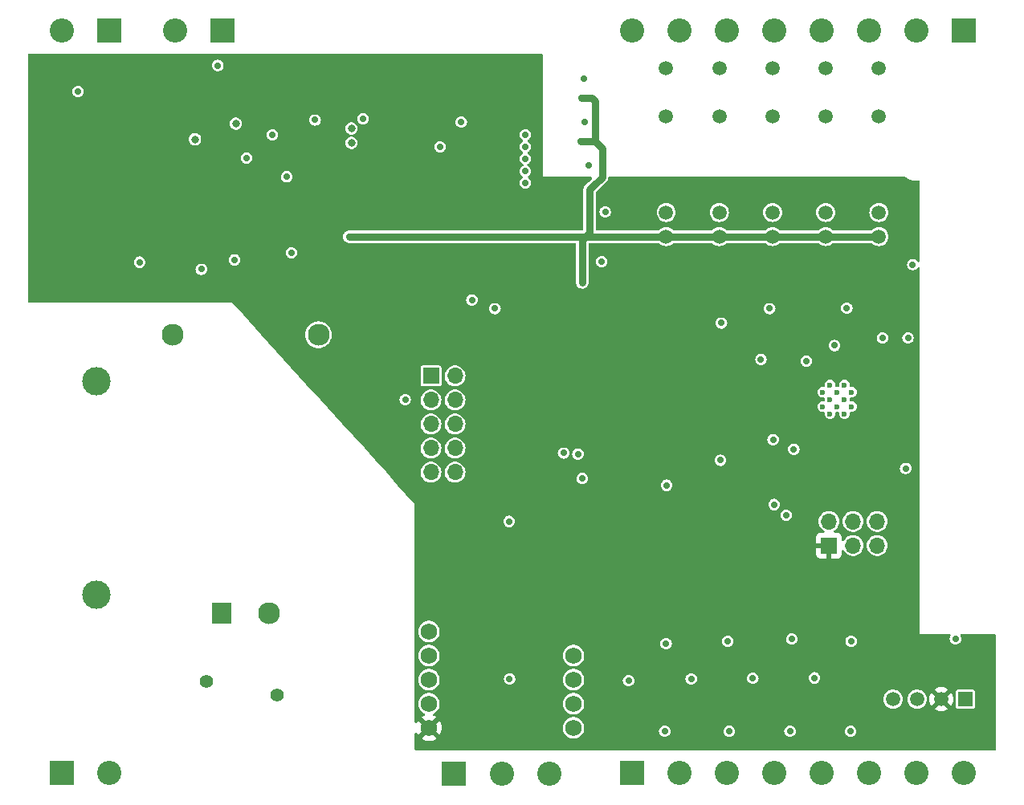
<source format=gbr>
%TF.GenerationSoftware,KiCad,Pcbnew,7.0.5*%
%TF.CreationDate,2023-07-28T21:19:53-04:00*%
%TF.ProjectId,proyecto de cuatrinestre,70726f79-6563-4746-9f20-646520637561,rev?*%
%TF.SameCoordinates,Original*%
%TF.FileFunction,Copper,L3,Inr*%
%TF.FilePolarity,Positive*%
%FSLAX46Y46*%
G04 Gerber Fmt 4.6, Leading zero omitted, Abs format (unit mm)*
G04 Created by KiCad (PCBNEW 7.0.5) date 2023-07-28 21:19:53*
%MOMM*%
%LPD*%
G01*
G04 APERTURE LIST*
%TA.AperFunction,ComponentPad*%
%ADD10R,1.508000X1.508000*%
%TD*%
%TA.AperFunction,ComponentPad*%
%ADD11C,1.508000*%
%TD*%
%TA.AperFunction,ComponentPad*%
%ADD12C,3.000000*%
%TD*%
%TA.AperFunction,HeatsinkPad*%
%ADD13C,0.600000*%
%TD*%
%TA.AperFunction,ComponentPad*%
%ADD14R,2.550000X2.550000*%
%TD*%
%TA.AperFunction,ComponentPad*%
%ADD15C,2.550000*%
%TD*%
%TA.AperFunction,ComponentPad*%
%ADD16R,2.000000X2.300000*%
%TD*%
%TA.AperFunction,ComponentPad*%
%ADD17C,2.300000*%
%TD*%
%TA.AperFunction,ComponentPad*%
%ADD18C,1.500000*%
%TD*%
%TA.AperFunction,ComponentPad*%
%ADD19C,1.750000*%
%TD*%
%TA.AperFunction,ComponentPad*%
%ADD20R,1.700000X1.700000*%
%TD*%
%TA.AperFunction,ComponentPad*%
%ADD21O,1.700000X1.700000*%
%TD*%
%TA.AperFunction,ComponentPad*%
%ADD22C,1.400000*%
%TD*%
%TA.AperFunction,ViaPad*%
%ADD23C,0.700000*%
%TD*%
%TA.AperFunction,ViaPad*%
%ADD24C,0.800000*%
%TD*%
%TA.AperFunction,Conductor*%
%ADD25C,0.800000*%
%TD*%
G04 APERTURE END LIST*
D10*
%TO.N,GND*%
%TO.C,U16*%
X260302500Y-180600000D03*
D11*
%TO.N,VDD*%
X257762500Y-180600000D03*
%TO.N,GNDA*%
X255222500Y-180600000D03*
%TO.N,+3V3*%
X252682500Y-180600000D03*
%TD*%
D12*
%TO.N,Net-(PS1-AC{slash}N)*%
%TO.C,F3*%
X168710000Y-147100000D03*
%TO.N,/ROOMLINK/CON-L1*%
X168710000Y-169600000D03*
%TD*%
D13*
%TO.N,GND*%
%TO.C,U17*%
X247552500Y-147465000D03*
X246027500Y-147465000D03*
X248315000Y-148227500D03*
X246790000Y-148227500D03*
X245265000Y-148227500D03*
X247552500Y-148990000D03*
X246027500Y-148990000D03*
X248315000Y-149752500D03*
X246790000Y-149752500D03*
X245265000Y-149752500D03*
X247552500Y-150515000D03*
X246027500Y-150515000D03*
%TD*%
D14*
%TO.N,/ROOMLINK/RGND*%
%TO.C,J4*%
X206408000Y-188468000D03*
D15*
%TO.N,/ROOMLINK/CON-B+*%
X211408000Y-188468000D03*
%TO.N,/ROOMLINK/CON-A-*%
X216408000Y-188468000D03*
%TD*%
D16*
%TO.N,/ROOMLINK/CON-NEUT*%
%TO.C,PS1*%
X181900000Y-171550000D03*
D17*
%TO.N,Net-(PS1-AC{slash}N)*%
X186900000Y-171550000D03*
%TO.N,GND*%
X176700000Y-142150000D03*
%TO.N,+12V*%
X192100000Y-142150000D03*
%TD*%
D14*
%TO.N,/ROOMLINK/CON-L1*%
%TO.C,J1*%
X165040000Y-188380000D03*
D15*
%TO.N,/ROOMLINK/CON-NEUT*%
X170040000Y-188380000D03*
%TD*%
D18*
%TO.N,+12V*%
%TO.C,U8*%
X251180000Y-131810000D03*
%TO.N,Net-(D5-K)*%
X251180000Y-129270000D03*
%TO.N,/ROOMLINK/CON-OUT2A*%
X251180000Y-119110000D03*
%TO.N,/ROOMLINK/CON-OUT2B*%
X251180000Y-114030000D03*
%TD*%
D14*
%TO.N,/ROOMLINK/CON-DC+*%
%TO.C,J2*%
X170030000Y-110087500D03*
D15*
%TO.N,/ROOMLINK/CON-DC-*%
X165030000Y-110087500D03*
%TD*%
D19*
%TO.N,VDD*%
%TO.C,U1*%
X203747000Y-183618000D03*
%TO.N,GND*%
X203747000Y-181078000D03*
%TO.N,/ROOMLINK/CONTROL/Tx_RS485_eXT*%
X203747000Y-178538000D03*
%TO.N,/ROOMLINK/CONTROL/Rx_RS485_eXT*%
X203747000Y-175998000D03*
%TO.N,/ROOMLINK/CONTROL/CON_RS485_eXT*%
X203747000Y-173458000D03*
%TO.N,Net-(U1-Vo)*%
X218987000Y-175998000D03*
%TO.N,Net-(D11-A1)*%
X218987000Y-178538000D03*
%TO.N,Net-(D11-A2)*%
X218987000Y-181078000D03*
%TO.N,/ROOMLINK/RGND*%
X218987000Y-183618000D03*
%TD*%
D18*
%TO.N,+12V*%
%TO.C,U11*%
X239970000Y-131810000D03*
%TO.N,Net-(D7-K)*%
X239970000Y-129270000D03*
%TO.N,/ROOMLINK/CON-FAN-C*%
X239970000Y-119110000D03*
%TO.N,/ROOMLINK/CON-FAN3*%
X239970000Y-114030000D03*
%TD*%
D20*
%TO.N,Net-(J8-VTRef)*%
%TO.C,J8*%
X203962000Y-146507200D03*
D21*
%TO.N,TMS*%
X206502000Y-146507200D03*
%TO.N,GND*%
X203962000Y-149047200D03*
%TO.N,TCK*%
X206502000Y-149047200D03*
%TO.N,unconnected-(J8-Pad5)*%
X203962000Y-151587200D03*
%TO.N,TDO*%
X206502000Y-151587200D03*
%TO.N,unconnected-(J8-Pad7)*%
X203962000Y-154127200D03*
%TO.N,TDI*%
X206502000Y-154127200D03*
%TO.N,GND*%
X203962000Y-156667200D03*
%TO.N,nRESET*%
X206502000Y-156667200D03*
%TD*%
D18*
%TO.N,+12V*%
%TO.C,U7*%
X245575000Y-131810000D03*
%TO.N,Net-(D6-K)*%
X245575000Y-129270000D03*
%TO.N,/ROOMLINK/CON-OUT1A*%
X245575000Y-119110000D03*
%TO.N,/ROOMLINK/CON-OUT1B*%
X245575000Y-114030000D03*
%TD*%
D14*
%TO.N,/ROOMLINK/CON-OUT2A*%
%TO.C,J5*%
X260150000Y-110087500D03*
D15*
%TO.N,/ROOMLINK/CON-OUT2B*%
X255150000Y-110087500D03*
%TO.N,/ROOMLINK/CON-OUT1A*%
X250150000Y-110087500D03*
%TO.N,/ROOMLINK/CON-OUT1B*%
X245150000Y-110087500D03*
%TO.N,/ROOMLINK/CON-FAN3*%
X240150000Y-110087500D03*
%TO.N,/ROOMLINK/CON-FAN2*%
X235150000Y-110087500D03*
%TO.N,/ROOMLINK/CON-FAN1*%
X230150000Y-110087500D03*
%TO.N,/ROOMLINK/CON-FAN-C*%
X225150000Y-110087500D03*
%TD*%
D18*
%TO.N,+12V*%
%TO.C,U9*%
X228760000Y-131810000D03*
%TO.N,Net-(D9-K)*%
X228760000Y-129270000D03*
%TO.N,/ROOMLINK/CON-FAN-C*%
X228760000Y-119110000D03*
%TO.N,/ROOMLINK/CON-FAN1*%
X228760000Y-114030000D03*
%TD*%
D20*
%TO.N,VDD*%
%TO.C,J7*%
X245922800Y-164388800D03*
D21*
%TO.N,Net-(J7-Pin_2)*%
X245922800Y-161848800D03*
%TO.N,Net-(J7-Pin_3)*%
X248462800Y-164388800D03*
%TO.N,Net-(J7-Pin_4)*%
X248462800Y-161848800D03*
%TO.N,GND*%
X251002800Y-164388800D03*
%TO.N,Net-(J7-Pin_6)*%
X251002800Y-161848800D03*
%TD*%
D14*
%TO.N,/ROOMLINK/CON-IN4-*%
%TO.C,J6*%
X225150000Y-188380000D03*
D15*
%TO.N,/ROOMLINK/CON-IN4+*%
X230150000Y-188380000D03*
%TO.N,/ROOMLINK/CON-IN3-*%
X235150000Y-188380000D03*
%TO.N,/ROOMLINK/CON-IN3+*%
X240150000Y-188380000D03*
%TO.N,/ROOMLINK/CON-IN2-*%
X245150000Y-188380000D03*
%TO.N,/ROOMLINK/CON-IN2+*%
X250150000Y-188380000D03*
%TO.N,/ROOMLINK/CON-IN1-*%
X255150000Y-188380000D03*
%TO.N,/ROOMLINK/CON-IN1+*%
X260150000Y-188380000D03*
%TD*%
D22*
%TO.N,/ROOMLINK/CON-NEUT*%
%TO.C,RV1*%
X180250000Y-178700000D03*
%TO.N,Net-(PS1-AC{slash}N)*%
X187750000Y-180200000D03*
%TD*%
D14*
%TO.N,/ROOMLINK/CON-LCDA-*%
%TO.C,J3*%
X182000000Y-110087500D03*
D15*
%TO.N,/ROOMLINK/CON-LCDB+*%
X177000000Y-110087500D03*
%TD*%
D18*
%TO.N,+12V*%
%TO.C,U10*%
X234365000Y-131810000D03*
%TO.N,Net-(D8-K)*%
X234365000Y-129270000D03*
%TO.N,/ROOMLINK/CON-FAN-C*%
X234365000Y-119110000D03*
%TO.N,/ROOMLINK/CON-FAN2*%
X234365000Y-114030000D03*
%TD*%
D23*
%TO.N,GND*%
X184500000Y-123500000D03*
X187250000Y-121070500D03*
X242000000Y-174250000D03*
X173250000Y-134500000D03*
X228750000Y-174750000D03*
X259250000Y-174250000D03*
X191750000Y-119500000D03*
X254750000Y-134750000D03*
X235250000Y-174500000D03*
X248250000Y-174500000D03*
X238750000Y-144750000D03*
X188750000Y-125500000D03*
X189250000Y-133500000D03*
X183250000Y-134250000D03*
X181500000Y-113750000D03*
X254250000Y-142500000D03*
X201250000Y-149000000D03*
X166750000Y-116500000D03*
X179750000Y-135250000D03*
X254000000Y-156250000D03*
%TO.N,nRESET*%
X219456000Y-154736800D03*
X251561600Y-142494000D03*
%TO.N,+12V*%
X221030800Y-126492000D03*
X219760800Y-121767600D03*
X220675200Y-131419600D03*
X219862400Y-117195600D03*
X219913200Y-136652000D03*
X195326000Y-131826000D03*
%TO.N,/ROOMLINK/CONTROL/INPUT_4_MICRO*%
X228803200Y-158038800D03*
X234492800Y-155397200D03*
%TO.N,Net-(D5-K)*%
X213918800Y-121056400D03*
X220100800Y-115148000D03*
%TO.N,Net-(D6-K)*%
X220151600Y-119720000D03*
X213918800Y-122326400D03*
%TO.N,Net-(D7-K)*%
X213918800Y-123596400D03*
X220558000Y-124292000D03*
%TO.N,Net-(D8-K)*%
X213918800Y-124917200D03*
X222332000Y-129204000D03*
%TO.N,Net-(D9-K)*%
X213918800Y-126136400D03*
X221960800Y-134452000D03*
%TO.N,Net-(D11-A2)*%
X212250000Y-178450000D03*
D24*
%TO.N,Net-(D13-A1)*%
X195580000Y-121920000D03*
X179079000Y-121539000D03*
%TO.N,Net-(D13-A2)*%
X195580000Y-120396000D03*
X183388000Y-119888000D03*
D23*
%TO.N,VDD*%
X193700400Y-124155200D03*
X213156800Y-141224000D03*
X213207600Y-148082000D03*
X214579200Y-155041600D03*
X213258400Y-151587200D03*
X252882400Y-142392400D03*
X186283600Y-123494800D03*
X189026800Y-124053600D03*
X179730400Y-124764800D03*
X213156800Y-144678400D03*
X223164400Y-171907200D03*
X173126400Y-125984000D03*
X223062800Y-169773600D03*
X195275200Y-127304800D03*
X252933200Y-134874000D03*
X231190800Y-170535600D03*
X251307600Y-134924800D03*
X244398800Y-170637200D03*
X237896400Y-170637200D03*
X213360000Y-158750000D03*
X263042400Y-175666400D03*
X246329200Y-139293600D03*
X191262000Y-124053600D03*
%TO.N,GNDA*%
X237896400Y-178409600D03*
X244398800Y-178358800D03*
X231394000Y-178460400D03*
X224790000Y-178663600D03*
%TO.N,TDI*%
X234594400Y-140919200D03*
X217932000Y-154635200D03*
%TO.N,+3V3*%
X241808000Y-183997600D03*
X228600000Y-183997600D03*
X248208800Y-183997600D03*
X235407200Y-183997600D03*
%TO.N,/ROOMLINK/CONTROL/RLY_OUT2_MICRO*%
X240030000Y-153212800D03*
X204927200Y-122326400D03*
%TO.N,/ROOMLINK/CONTROL/RLY_OUT1_MICRO*%
X207162400Y-119735600D03*
X242214400Y-154228800D03*
%TO.N,/ROOMLINK/CONTROL/RLY_FAN3_MICRO*%
X210718400Y-139395200D03*
X239674400Y-139395200D03*
%TO.N,/ROOMLINK/CONTROL/CON_RS485_eXT*%
X219913200Y-157319500D03*
X246510000Y-143293500D03*
%TO.N,/ROOMLINK/CONTROL/COM_RS485_LCD*%
X208280000Y-138480800D03*
X247802400Y-139344400D03*
%TO.N,/ROOMLINK/CONTROL/Tx_RS485_LCD*%
X212191600Y-161848800D03*
X241401600Y-161188400D03*
%TO.N,/ROOMLINK/CONTROL/Rx_RS485_lcd*%
X240131600Y-160070800D03*
X196799200Y-119380000D03*
%TO.N,Net-(J7-Pin_3)*%
X243535200Y-144932400D03*
%TD*%
D25*
%TO.N,+12V*%
X219760800Y-121767600D02*
X221267600Y-121767600D01*
X221267600Y-121767600D02*
X222000000Y-122500000D01*
X220675200Y-126847600D02*
X221030800Y-126492000D01*
X219862400Y-117195600D02*
X220945600Y-117195600D01*
X222000000Y-125522800D02*
X221030800Y-126492000D01*
X195326000Y-131826000D02*
X195342000Y-131810000D01*
X195342000Y-131810000D02*
X251180000Y-131810000D01*
X220675200Y-131419600D02*
X220675200Y-126847600D01*
X222000000Y-122500000D02*
X222000000Y-125522800D01*
X219913200Y-136652000D02*
X219913200Y-132181600D01*
X220945600Y-117195600D02*
X221267600Y-117517600D01*
X219913200Y-132181600D02*
X220675200Y-131419600D01*
X221267600Y-117517600D02*
X221267600Y-121767600D01*
%TD*%
%TA.AperFunction,Conductor*%
%TO.N,VDD*%
G36*
X215693039Y-112519685D02*
G01*
X215738794Y-112572489D01*
X215750000Y-112624000D01*
X215750000Y-125500000D01*
X220803491Y-125500000D01*
X220870530Y-125519685D01*
X220916285Y-125572489D01*
X220926229Y-125641647D01*
X220897204Y-125705203D01*
X220891172Y-125711681D01*
X220570351Y-126032500D01*
X220570347Y-126032506D01*
X220275684Y-126327168D01*
X220263110Y-126337243D01*
X220263265Y-126337430D01*
X220257258Y-126342398D01*
X220208668Y-126394142D01*
X220207314Y-126395538D01*
X220186290Y-126416563D01*
X220186278Y-126416577D01*
X220181787Y-126422365D01*
X220178001Y-126426797D01*
X220144752Y-126462206D01*
X220134522Y-126480813D01*
X220123846Y-126497064D01*
X220110840Y-126513832D01*
X220110836Y-126513838D01*
X220091548Y-126558411D01*
X220088977Y-126563658D01*
X220065572Y-126606230D01*
X220065572Y-126606231D01*
X220060291Y-126626799D01*
X220053991Y-126645201D01*
X220045564Y-126664673D01*
X220037966Y-126712647D01*
X220036781Y-126718370D01*
X220024700Y-126765418D01*
X220024700Y-126786644D01*
X220023173Y-126806044D01*
X220019853Y-126827003D01*
X220019852Y-126827005D01*
X220024424Y-126875369D01*
X220024699Y-126881206D01*
X220024700Y-131035500D01*
X220005015Y-131102539D01*
X219952211Y-131148294D01*
X219900700Y-131159500D01*
X195427504Y-131159500D01*
X195411493Y-131157732D01*
X195411471Y-131157974D01*
X195403704Y-131157239D01*
X195332764Y-131159469D01*
X195330816Y-131159500D01*
X195301075Y-131159500D01*
X195301071Y-131159500D01*
X195301061Y-131159501D01*
X195293793Y-131160419D01*
X195287976Y-131160876D01*
X195239435Y-131162402D01*
X195239424Y-131162404D01*
X195219048Y-131168323D01*
X195200008Y-131172266D01*
X195178947Y-131174927D01*
X195178939Y-131174929D01*
X195133775Y-131192811D01*
X195128247Y-131194703D01*
X195081602Y-131208255D01*
X195063332Y-131219060D01*
X195045863Y-131227618D01*
X195026128Y-131235432D01*
X195026126Y-131235433D01*
X194986839Y-131263977D01*
X194981956Y-131267184D01*
X194940132Y-131291919D01*
X194925126Y-131306926D01*
X194910336Y-131319558D01*
X194893167Y-131332032D01*
X194893161Y-131332038D01*
X194862193Y-131369470D01*
X194858264Y-131373789D01*
X194837091Y-131394962D01*
X194761639Y-131492234D01*
X194696364Y-131643075D01*
X194670653Y-131805401D01*
X194670653Y-131805403D01*
X194670653Y-131805405D01*
X194686121Y-131969029D01*
X194686121Y-131969031D01*
X194686122Y-131969033D01*
X194741792Y-132123665D01*
X194741792Y-132123666D01*
X194834172Y-132259598D01*
X194834177Y-132259604D01*
X194957455Y-132368289D01*
X194957457Y-132368290D01*
X194957459Y-132368292D01*
X194957463Y-132368294D01*
X195103894Y-132442906D01*
X195103897Y-132442906D01*
X195103900Y-132442908D01*
X195264296Y-132478760D01*
X195428569Y-132473597D01*
X195456705Y-132465422D01*
X195491298Y-132460500D01*
X219138700Y-132460500D01*
X219205739Y-132480185D01*
X219251494Y-132532989D01*
X219262700Y-132584500D01*
X219262700Y-136692934D01*
X219278129Y-136815057D01*
X219278129Y-136815060D01*
X219338631Y-136967869D01*
X219338636Y-136967878D01*
X219435234Y-137100835D01*
X219435237Y-137100837D01*
X219561874Y-137205600D01*
X219710587Y-137275579D01*
X219872030Y-137306376D01*
X220036060Y-137296056D01*
X220192371Y-137245268D01*
X220331140Y-137157202D01*
X220443648Y-137037393D01*
X220522827Y-136893368D01*
X220563700Y-136734177D01*
X220563699Y-134452001D01*
X221355118Y-134452001D01*
X221375755Y-134608760D01*
X221375756Y-134608762D01*
X221424095Y-134725464D01*
X221436264Y-134754841D01*
X221532518Y-134880282D01*
X221657959Y-134976536D01*
X221804038Y-135037044D01*
X221882418Y-135047362D01*
X221960799Y-135057682D01*
X221960800Y-135057682D01*
X221960801Y-135057682D01*
X222028144Y-135048816D01*
X222117562Y-135037044D01*
X222263641Y-134976536D01*
X222389082Y-134880282D01*
X222485336Y-134754841D01*
X222545844Y-134608762D01*
X222566482Y-134452000D01*
X222565262Y-134442736D01*
X222545844Y-134295239D01*
X222545844Y-134295238D01*
X222485336Y-134149159D01*
X222389082Y-134023718D01*
X222263641Y-133927464D01*
X222117562Y-133866956D01*
X222117560Y-133866955D01*
X221960801Y-133846318D01*
X221960799Y-133846318D01*
X221804039Y-133866955D01*
X221804037Y-133866956D01*
X221657960Y-133927463D01*
X221532518Y-134023718D01*
X221436263Y-134149160D01*
X221375756Y-134295237D01*
X221375755Y-134295239D01*
X221355118Y-134451998D01*
X221355118Y-134452001D01*
X220563699Y-134452001D01*
X220563699Y-132584499D01*
X220583385Y-132517461D01*
X220636189Y-132471706D01*
X220687700Y-132460500D01*
X227940914Y-132460500D01*
X228007953Y-132480185D01*
X228036768Y-132505836D01*
X228049117Y-132520883D01*
X228201460Y-132645909D01*
X228201467Y-132645913D01*
X228375266Y-132738811D01*
X228375269Y-132738811D01*
X228375273Y-132738814D01*
X228563868Y-132796024D01*
X228760000Y-132815341D01*
X228956132Y-132796024D01*
X229144727Y-132738814D01*
X229318538Y-132645910D01*
X229470883Y-132520883D01*
X229483231Y-132505836D01*
X229540978Y-132466501D01*
X229579086Y-132460500D01*
X233545914Y-132460500D01*
X233612953Y-132480185D01*
X233641768Y-132505836D01*
X233654117Y-132520883D01*
X233806460Y-132645909D01*
X233806467Y-132645913D01*
X233980266Y-132738811D01*
X233980269Y-132738811D01*
X233980273Y-132738814D01*
X234168868Y-132796024D01*
X234365000Y-132815341D01*
X234561132Y-132796024D01*
X234749727Y-132738814D01*
X234923538Y-132645910D01*
X235075883Y-132520883D01*
X235088231Y-132505836D01*
X235145978Y-132466501D01*
X235184086Y-132460500D01*
X239150914Y-132460500D01*
X239217953Y-132480185D01*
X239246768Y-132505836D01*
X239259117Y-132520883D01*
X239411460Y-132645909D01*
X239411467Y-132645913D01*
X239585266Y-132738811D01*
X239585269Y-132738811D01*
X239585273Y-132738814D01*
X239773868Y-132796024D01*
X239970000Y-132815341D01*
X240166132Y-132796024D01*
X240354727Y-132738814D01*
X240528538Y-132645910D01*
X240680883Y-132520883D01*
X240693231Y-132505836D01*
X240750978Y-132466501D01*
X240789086Y-132460500D01*
X244755914Y-132460500D01*
X244822953Y-132480185D01*
X244851768Y-132505836D01*
X244864117Y-132520883D01*
X245016460Y-132645909D01*
X245016467Y-132645913D01*
X245190266Y-132738811D01*
X245190269Y-132738811D01*
X245190273Y-132738814D01*
X245378868Y-132796024D01*
X245575000Y-132815341D01*
X245771132Y-132796024D01*
X245959727Y-132738814D01*
X246133538Y-132645910D01*
X246285883Y-132520883D01*
X246298231Y-132505836D01*
X246355978Y-132466501D01*
X246394086Y-132460500D01*
X250360914Y-132460500D01*
X250427953Y-132480185D01*
X250456768Y-132505836D01*
X250469117Y-132520883D01*
X250621460Y-132645909D01*
X250621467Y-132645913D01*
X250795266Y-132738811D01*
X250795269Y-132738811D01*
X250795273Y-132738814D01*
X250983868Y-132796024D01*
X251180000Y-132815341D01*
X251376132Y-132796024D01*
X251564727Y-132738814D01*
X251738538Y-132645910D01*
X251890883Y-132520883D01*
X252015910Y-132368538D01*
X252062362Y-132281632D01*
X252108811Y-132194733D01*
X252108811Y-132194732D01*
X252108814Y-132194727D01*
X252166024Y-132006132D01*
X252185341Y-131810000D01*
X252166024Y-131613868D01*
X252108814Y-131425273D01*
X252108811Y-131425269D01*
X252108811Y-131425266D01*
X252015913Y-131251467D01*
X252015909Y-131251460D01*
X251890883Y-131099116D01*
X251738539Y-130974090D01*
X251738532Y-130974086D01*
X251564733Y-130881188D01*
X251564727Y-130881186D01*
X251376132Y-130823976D01*
X251376129Y-130823975D01*
X251180000Y-130804659D01*
X250983870Y-130823975D01*
X250795266Y-130881188D01*
X250621467Y-130974086D01*
X250621460Y-130974090D01*
X250469117Y-131099116D01*
X250456768Y-131114164D01*
X250399022Y-131153499D01*
X250360914Y-131159500D01*
X246394086Y-131159500D01*
X246327047Y-131139815D01*
X246298232Y-131114164D01*
X246285882Y-131099116D01*
X246133539Y-130974090D01*
X246133532Y-130974086D01*
X245959733Y-130881188D01*
X245959727Y-130881186D01*
X245771132Y-130823976D01*
X245771129Y-130823975D01*
X245575000Y-130804659D01*
X245378870Y-130823975D01*
X245190266Y-130881188D01*
X245016467Y-130974086D01*
X245016460Y-130974090D01*
X244864117Y-131099116D01*
X244851768Y-131114164D01*
X244794022Y-131153499D01*
X244755914Y-131159500D01*
X240789086Y-131159500D01*
X240722047Y-131139815D01*
X240693232Y-131114164D01*
X240680882Y-131099116D01*
X240528539Y-130974090D01*
X240528532Y-130974086D01*
X240354733Y-130881188D01*
X240354727Y-130881186D01*
X240166132Y-130823976D01*
X240166129Y-130823975D01*
X239970000Y-130804659D01*
X239773870Y-130823975D01*
X239585266Y-130881188D01*
X239411467Y-130974086D01*
X239411460Y-130974090D01*
X239259117Y-131099116D01*
X239246768Y-131114164D01*
X239189022Y-131153499D01*
X239150914Y-131159500D01*
X235184086Y-131159500D01*
X235117047Y-131139815D01*
X235088232Y-131114164D01*
X235075882Y-131099116D01*
X234923539Y-130974090D01*
X234923532Y-130974086D01*
X234749733Y-130881188D01*
X234749727Y-130881186D01*
X234561132Y-130823976D01*
X234561129Y-130823975D01*
X234365000Y-130804659D01*
X234168870Y-130823975D01*
X233980266Y-130881188D01*
X233806467Y-130974086D01*
X233806460Y-130974090D01*
X233654117Y-131099116D01*
X233641768Y-131114164D01*
X233584022Y-131153499D01*
X233545914Y-131159500D01*
X229579086Y-131159500D01*
X229512047Y-131139815D01*
X229483232Y-131114164D01*
X229470882Y-131099116D01*
X229318539Y-130974090D01*
X229318532Y-130974086D01*
X229144733Y-130881188D01*
X229144727Y-130881186D01*
X228956132Y-130823976D01*
X228956129Y-130823975D01*
X228760000Y-130804659D01*
X228563870Y-130823975D01*
X228375266Y-130881188D01*
X228201467Y-130974086D01*
X228201460Y-130974090D01*
X228049117Y-131099116D01*
X228036768Y-131114164D01*
X227979022Y-131153499D01*
X227940914Y-131159500D01*
X221449700Y-131159500D01*
X221382661Y-131139815D01*
X221336906Y-131087011D01*
X221325700Y-131035500D01*
X221325700Y-129204001D01*
X221726318Y-129204001D01*
X221746955Y-129360760D01*
X221746956Y-129360762D01*
X221790600Y-129466129D01*
X221807464Y-129506841D01*
X221903718Y-129632282D01*
X222029159Y-129728536D01*
X222175238Y-129789044D01*
X222253618Y-129799362D01*
X222331999Y-129809682D01*
X222332000Y-129809682D01*
X222332001Y-129809682D01*
X222384253Y-129802802D01*
X222488762Y-129789044D01*
X222634841Y-129728536D01*
X222760282Y-129632282D01*
X222856536Y-129506841D01*
X222917044Y-129360762D01*
X222928993Y-129270000D01*
X227754659Y-129270000D01*
X227773975Y-129466129D01*
X227831188Y-129654733D01*
X227924086Y-129828532D01*
X227924090Y-129828539D01*
X228049116Y-129980883D01*
X228201460Y-130105909D01*
X228201467Y-130105913D01*
X228375266Y-130198811D01*
X228375269Y-130198811D01*
X228375273Y-130198814D01*
X228563868Y-130256024D01*
X228760000Y-130275341D01*
X228956132Y-130256024D01*
X229144727Y-130198814D01*
X229318538Y-130105910D01*
X229470883Y-129980883D01*
X229595910Y-129828538D01*
X229688814Y-129654727D01*
X229746024Y-129466132D01*
X229765341Y-129270000D01*
X233359659Y-129270000D01*
X233378975Y-129466129D01*
X233436188Y-129654733D01*
X233529086Y-129828532D01*
X233529090Y-129828539D01*
X233654116Y-129980883D01*
X233806460Y-130105909D01*
X233806467Y-130105913D01*
X233980266Y-130198811D01*
X233980269Y-130198811D01*
X233980273Y-130198814D01*
X234168868Y-130256024D01*
X234365000Y-130275341D01*
X234561132Y-130256024D01*
X234749727Y-130198814D01*
X234923538Y-130105910D01*
X235075883Y-129980883D01*
X235200910Y-129828538D01*
X235293814Y-129654727D01*
X235351024Y-129466132D01*
X235370341Y-129270000D01*
X238964659Y-129270000D01*
X238983975Y-129466129D01*
X239041188Y-129654733D01*
X239134086Y-129828532D01*
X239134090Y-129828539D01*
X239259116Y-129980883D01*
X239411460Y-130105909D01*
X239411467Y-130105913D01*
X239585266Y-130198811D01*
X239585269Y-130198811D01*
X239585273Y-130198814D01*
X239773868Y-130256024D01*
X239970000Y-130275341D01*
X240166132Y-130256024D01*
X240354727Y-130198814D01*
X240528538Y-130105910D01*
X240680883Y-129980883D01*
X240805910Y-129828538D01*
X240898814Y-129654727D01*
X240956024Y-129466132D01*
X240975341Y-129270000D01*
X244569659Y-129270000D01*
X244588975Y-129466129D01*
X244646188Y-129654733D01*
X244739086Y-129828532D01*
X244739090Y-129828539D01*
X244864116Y-129980883D01*
X245016460Y-130105909D01*
X245016467Y-130105913D01*
X245190266Y-130198811D01*
X245190269Y-130198811D01*
X245190273Y-130198814D01*
X245378868Y-130256024D01*
X245575000Y-130275341D01*
X245771132Y-130256024D01*
X245959727Y-130198814D01*
X246133538Y-130105910D01*
X246285883Y-129980883D01*
X246410910Y-129828538D01*
X246503814Y-129654727D01*
X246561024Y-129466132D01*
X246580341Y-129270000D01*
X250174659Y-129270000D01*
X250193975Y-129466129D01*
X250251188Y-129654733D01*
X250344086Y-129828532D01*
X250344090Y-129828539D01*
X250469116Y-129980883D01*
X250621460Y-130105909D01*
X250621467Y-130105913D01*
X250795266Y-130198811D01*
X250795269Y-130198811D01*
X250795273Y-130198814D01*
X250983868Y-130256024D01*
X251180000Y-130275341D01*
X251376132Y-130256024D01*
X251564727Y-130198814D01*
X251738538Y-130105910D01*
X251890883Y-129980883D01*
X252015910Y-129828538D01*
X252108814Y-129654727D01*
X252166024Y-129466132D01*
X252185341Y-129270000D01*
X252166024Y-129073868D01*
X252108814Y-128885273D01*
X252108811Y-128885269D01*
X252108811Y-128885266D01*
X252015913Y-128711467D01*
X252015909Y-128711460D01*
X251890883Y-128559116D01*
X251738539Y-128434090D01*
X251738532Y-128434086D01*
X251564733Y-128341188D01*
X251564727Y-128341186D01*
X251376132Y-128283976D01*
X251376129Y-128283975D01*
X251180000Y-128264659D01*
X250983870Y-128283975D01*
X250795266Y-128341188D01*
X250621467Y-128434086D01*
X250621460Y-128434090D01*
X250469116Y-128559116D01*
X250344090Y-128711460D01*
X250344086Y-128711467D01*
X250251188Y-128885266D01*
X250193975Y-129073870D01*
X250174659Y-129270000D01*
X246580341Y-129270000D01*
X246561024Y-129073868D01*
X246503814Y-128885273D01*
X246503811Y-128885269D01*
X246503811Y-128885266D01*
X246410913Y-128711467D01*
X246410909Y-128711460D01*
X246285883Y-128559116D01*
X246133539Y-128434090D01*
X246133532Y-128434086D01*
X245959733Y-128341188D01*
X245959727Y-128341186D01*
X245771132Y-128283976D01*
X245771129Y-128283975D01*
X245575000Y-128264659D01*
X245378870Y-128283975D01*
X245190266Y-128341188D01*
X245016467Y-128434086D01*
X245016460Y-128434090D01*
X244864116Y-128559116D01*
X244739090Y-128711460D01*
X244739086Y-128711467D01*
X244646188Y-128885266D01*
X244588975Y-129073870D01*
X244569659Y-129270000D01*
X240975341Y-129270000D01*
X240956024Y-129073868D01*
X240898814Y-128885273D01*
X240898811Y-128885269D01*
X240898811Y-128885266D01*
X240805913Y-128711467D01*
X240805909Y-128711460D01*
X240680883Y-128559116D01*
X240528539Y-128434090D01*
X240528532Y-128434086D01*
X240354733Y-128341188D01*
X240354727Y-128341186D01*
X240166132Y-128283976D01*
X240166129Y-128283975D01*
X239970000Y-128264659D01*
X239773870Y-128283975D01*
X239585266Y-128341188D01*
X239411467Y-128434086D01*
X239411460Y-128434090D01*
X239259116Y-128559116D01*
X239134090Y-128711460D01*
X239134086Y-128711467D01*
X239041188Y-128885266D01*
X238983975Y-129073870D01*
X238964659Y-129270000D01*
X235370341Y-129270000D01*
X235351024Y-129073868D01*
X235293814Y-128885273D01*
X235293811Y-128885269D01*
X235293811Y-128885266D01*
X235200913Y-128711467D01*
X235200909Y-128711460D01*
X235075883Y-128559116D01*
X234923539Y-128434090D01*
X234923532Y-128434086D01*
X234749733Y-128341188D01*
X234749727Y-128341186D01*
X234561132Y-128283976D01*
X234561129Y-128283975D01*
X234365000Y-128264659D01*
X234168870Y-128283975D01*
X233980266Y-128341188D01*
X233806467Y-128434086D01*
X233806460Y-128434090D01*
X233654116Y-128559116D01*
X233529090Y-128711460D01*
X233529086Y-128711467D01*
X233436188Y-128885266D01*
X233378975Y-129073870D01*
X233359659Y-129270000D01*
X229765341Y-129270000D01*
X229746024Y-129073868D01*
X229688814Y-128885273D01*
X229688811Y-128885269D01*
X229688811Y-128885266D01*
X229595913Y-128711467D01*
X229595909Y-128711460D01*
X229470883Y-128559116D01*
X229318539Y-128434090D01*
X229318532Y-128434086D01*
X229144733Y-128341188D01*
X229144727Y-128341186D01*
X228956132Y-128283976D01*
X228956129Y-128283975D01*
X228760000Y-128264659D01*
X228563870Y-128283975D01*
X228375266Y-128341188D01*
X228201467Y-128434086D01*
X228201460Y-128434090D01*
X228049116Y-128559116D01*
X227924090Y-128711460D01*
X227924086Y-128711467D01*
X227831188Y-128885266D01*
X227773975Y-129073870D01*
X227754659Y-129270000D01*
X222928993Y-129270000D01*
X222937682Y-129204000D01*
X222917044Y-129047238D01*
X222856536Y-128901159D01*
X222760282Y-128775718D01*
X222634841Y-128679464D01*
X222488762Y-128618956D01*
X222488760Y-128618955D01*
X222332001Y-128598318D01*
X222331999Y-128598318D01*
X222175239Y-128618955D01*
X222175237Y-128618956D01*
X222029160Y-128679463D01*
X221903718Y-128775718D01*
X221807463Y-128901160D01*
X221746956Y-129047237D01*
X221746955Y-129047239D01*
X221726318Y-129203998D01*
X221726318Y-129204001D01*
X221325700Y-129204001D01*
X221325700Y-127168407D01*
X221345385Y-127101368D01*
X221362014Y-127080731D01*
X221519711Y-126923035D01*
X221519711Y-126923034D01*
X222399511Y-126043232D01*
X222412086Y-126033159D01*
X222411931Y-126032972D01*
X222417933Y-126028005D01*
X222417940Y-126028002D01*
X222466569Y-125976215D01*
X222467841Y-125974902D01*
X222488911Y-125953834D01*
X222493403Y-125948041D01*
X222497193Y-125943605D01*
X222530448Y-125908193D01*
X222540670Y-125889596D01*
X222551355Y-125873331D01*
X222564363Y-125856563D01*
X222583651Y-125811987D01*
X222586224Y-125806736D01*
X222588366Y-125802839D01*
X222609627Y-125764168D01*
X222614904Y-125743608D01*
X222621206Y-125725203D01*
X222629636Y-125705726D01*
X222637235Y-125657745D01*
X222638417Y-125652034D01*
X222650500Y-125604977D01*
X222650500Y-125604974D01*
X222652440Y-125597419D01*
X222654629Y-125597981D01*
X222677991Y-125544416D01*
X222736113Y-125505639D01*
X222773082Y-125500000D01*
X253941028Y-125500000D01*
X254008067Y-125519685D01*
X254021560Y-125529710D01*
X254100961Y-125597525D01*
X254100963Y-125597526D01*
X254100964Y-125597527D01*
X254189889Y-125652020D01*
X254323818Y-125734092D01*
X254323821Y-125734094D01*
X254565282Y-125834110D01*
X254565284Y-125834110D01*
X254565290Y-125834113D01*
X254819437Y-125895128D01*
X255080000Y-125915635D01*
X255340563Y-125895128D01*
X255347047Y-125893571D01*
X255416829Y-125897058D01*
X255473649Y-125937718D01*
X255499466Y-126002643D01*
X255500000Y-126014143D01*
X255500000Y-134375697D01*
X255480315Y-134442736D01*
X255427511Y-134488491D01*
X255358353Y-134498435D01*
X255294797Y-134469410D01*
X255277624Y-134451184D01*
X255243538Y-134406762D01*
X255178282Y-134321718D01*
X255052841Y-134225464D01*
X254906762Y-134164956D01*
X254906760Y-134164955D01*
X254750001Y-134144318D01*
X254749999Y-134144318D01*
X254593239Y-134164955D01*
X254593237Y-134164956D01*
X254447160Y-134225463D01*
X254321718Y-134321718D01*
X254225463Y-134447160D01*
X254164956Y-134593237D01*
X254164955Y-134593239D01*
X254144318Y-134749998D01*
X254144318Y-134750001D01*
X254164955Y-134906760D01*
X254164956Y-134906762D01*
X254225464Y-135052841D01*
X254321718Y-135178282D01*
X254447159Y-135274536D01*
X254593238Y-135335044D01*
X254671618Y-135345362D01*
X254749999Y-135355682D01*
X254750000Y-135355682D01*
X254750001Y-135355682D01*
X254802253Y-135348802D01*
X254906762Y-135335044D01*
X255052841Y-135274536D01*
X255178282Y-135178282D01*
X255274536Y-135052841D01*
X255274536Y-135052839D01*
X255277624Y-135048816D01*
X255334052Y-135007613D01*
X255403798Y-135003458D01*
X255464718Y-135037670D01*
X255497471Y-135099387D01*
X255499999Y-135124302D01*
X255500000Y-173750000D01*
X258625302Y-173750000D01*
X258692341Y-173769685D01*
X258738096Y-173822489D01*
X258748040Y-173891647D01*
X258727996Y-173939234D01*
X258729528Y-173940119D01*
X258725465Y-173947156D01*
X258664956Y-174093237D01*
X258664955Y-174093239D01*
X258644318Y-174249998D01*
X258644318Y-174250001D01*
X258664955Y-174406760D01*
X258664956Y-174406762D01*
X258703576Y-174500000D01*
X258725464Y-174552841D01*
X258821718Y-174678282D01*
X258947159Y-174774536D01*
X259093238Y-174835044D01*
X259171618Y-174845362D01*
X259249999Y-174855682D01*
X259250000Y-174855682D01*
X259250001Y-174855682D01*
X259302253Y-174848802D01*
X259406762Y-174835044D01*
X259552841Y-174774536D01*
X259678282Y-174678282D01*
X259774536Y-174552841D01*
X259835044Y-174406762D01*
X259855682Y-174250000D01*
X259848725Y-174197159D01*
X259835044Y-174093239D01*
X259835044Y-174093238D01*
X259774536Y-173947159D01*
X259774534Y-173947156D01*
X259770472Y-173940119D01*
X259772293Y-173939067D01*
X259751128Y-173884314D01*
X259765168Y-173815870D01*
X259813983Y-173765881D01*
X259874698Y-173750000D01*
X263376000Y-173750000D01*
X263443039Y-173769685D01*
X263488794Y-173822489D01*
X263500000Y-173874000D01*
X263500000Y-185876000D01*
X263480315Y-185943039D01*
X263427511Y-185988794D01*
X263376000Y-186000000D01*
X202374000Y-186000000D01*
X202306961Y-185980315D01*
X202261206Y-185927511D01*
X202250000Y-185876000D01*
X202250000Y-184219556D01*
X202269685Y-184152517D01*
X202322489Y-184106762D01*
X202391647Y-184096818D01*
X202455203Y-184125843D01*
X202487556Y-184169746D01*
X202533577Y-184274664D01*
X202533579Y-184274668D01*
X202613874Y-184397570D01*
X203184226Y-183827218D01*
X203222901Y-183920588D01*
X203319075Y-184045925D01*
X203444412Y-184142099D01*
X203537779Y-184180772D01*
X202966015Y-184752536D01*
X202966016Y-184752537D01*
X202992366Y-184773046D01*
X202992372Y-184773050D01*
X203192769Y-184881499D01*
X203192780Y-184881504D01*
X203408298Y-184955492D01*
X203633065Y-184993000D01*
X203860935Y-184993000D01*
X204085701Y-184955492D01*
X204301219Y-184881504D01*
X204301230Y-184881499D01*
X204501633Y-184773047D01*
X204527982Y-184752537D01*
X204527982Y-184752536D01*
X203956220Y-184180772D01*
X204049588Y-184142099D01*
X204174925Y-184045925D01*
X204271099Y-183920589D01*
X204309773Y-183827219D01*
X204880125Y-184397571D01*
X204960420Y-184274669D01*
X205051954Y-184065993D01*
X205107894Y-183845093D01*
X205107896Y-183845085D01*
X205126712Y-183618006D01*
X205126712Y-183618000D01*
X217856678Y-183618000D01*
X217875923Y-183825691D01*
X217875923Y-183825693D01*
X217875924Y-183825696D01*
X217917424Y-183971553D01*
X217933007Y-184026322D01*
X217995845Y-184152517D01*
X218025981Y-184213038D01*
X218151682Y-184379493D01*
X218305829Y-184520016D01*
X218483172Y-184629823D01*
X218677673Y-184705173D01*
X218882707Y-184743500D01*
X218882710Y-184743500D01*
X219091290Y-184743500D01*
X219091293Y-184743500D01*
X219296327Y-184705173D01*
X219490828Y-184629823D01*
X219668171Y-184520016D01*
X219822318Y-184379493D01*
X219948019Y-184213038D01*
X220040994Y-184026319D01*
X220049165Y-183997601D01*
X227994318Y-183997601D01*
X228014955Y-184154360D01*
X228014956Y-184154362D01*
X228075464Y-184300441D01*
X228171718Y-184425882D01*
X228297159Y-184522136D01*
X228443238Y-184582644D01*
X228521618Y-184592962D01*
X228599999Y-184603282D01*
X228600000Y-184603282D01*
X228600001Y-184603282D01*
X228652254Y-184596402D01*
X228756762Y-184582644D01*
X228902841Y-184522136D01*
X229028282Y-184425882D01*
X229124536Y-184300441D01*
X229185044Y-184154362D01*
X229205682Y-183997601D01*
X234801518Y-183997601D01*
X234822155Y-184154360D01*
X234822156Y-184154362D01*
X234882664Y-184300441D01*
X234978918Y-184425882D01*
X235104359Y-184522136D01*
X235250438Y-184582644D01*
X235328818Y-184592962D01*
X235407199Y-184603282D01*
X235407200Y-184603282D01*
X235407201Y-184603282D01*
X235459453Y-184596402D01*
X235563962Y-184582644D01*
X235710041Y-184522136D01*
X235835482Y-184425882D01*
X235931736Y-184300441D01*
X235992244Y-184154362D01*
X236012882Y-183997601D01*
X241202318Y-183997601D01*
X241222955Y-184154360D01*
X241222956Y-184154362D01*
X241283464Y-184300441D01*
X241379718Y-184425882D01*
X241505159Y-184522136D01*
X241651238Y-184582644D01*
X241729618Y-184592962D01*
X241807999Y-184603282D01*
X241808000Y-184603282D01*
X241808001Y-184603282D01*
X241860253Y-184596402D01*
X241964762Y-184582644D01*
X242110841Y-184522136D01*
X242236282Y-184425882D01*
X242332536Y-184300441D01*
X242393044Y-184154362D01*
X242413682Y-183997601D01*
X247603118Y-183997601D01*
X247623755Y-184154360D01*
X247623756Y-184154362D01*
X247684264Y-184300441D01*
X247780518Y-184425882D01*
X247905959Y-184522136D01*
X248052038Y-184582644D01*
X248130419Y-184592962D01*
X248208799Y-184603282D01*
X248208800Y-184603282D01*
X248208801Y-184603282D01*
X248261053Y-184596402D01*
X248365562Y-184582644D01*
X248511641Y-184522136D01*
X248637082Y-184425882D01*
X248733336Y-184300441D01*
X248793844Y-184154362D01*
X248814482Y-183997600D01*
X248793844Y-183840838D01*
X248733336Y-183694759D01*
X248637082Y-183569318D01*
X248511641Y-183473064D01*
X248365562Y-183412556D01*
X248365560Y-183412555D01*
X248208801Y-183391918D01*
X248208799Y-183391918D01*
X248052039Y-183412555D01*
X248052037Y-183412556D01*
X247905960Y-183473063D01*
X247780518Y-183569318D01*
X247684263Y-183694760D01*
X247623756Y-183840837D01*
X247623755Y-183840839D01*
X247603118Y-183997598D01*
X247603118Y-183997601D01*
X242413682Y-183997601D01*
X242413682Y-183997600D01*
X242393044Y-183840838D01*
X242332536Y-183694759D01*
X242236282Y-183569318D01*
X242110841Y-183473064D01*
X241964762Y-183412556D01*
X241964760Y-183412555D01*
X241808001Y-183391918D01*
X241807999Y-183391918D01*
X241651239Y-183412555D01*
X241651237Y-183412556D01*
X241505160Y-183473063D01*
X241379718Y-183569318D01*
X241283463Y-183694760D01*
X241222956Y-183840837D01*
X241222955Y-183840839D01*
X241202318Y-183997598D01*
X241202318Y-183997601D01*
X236012882Y-183997601D01*
X236012882Y-183997600D01*
X235992244Y-183840838D01*
X235931736Y-183694759D01*
X235835482Y-183569318D01*
X235710041Y-183473064D01*
X235563962Y-183412556D01*
X235563960Y-183412555D01*
X235407201Y-183391918D01*
X235407199Y-183391918D01*
X235250439Y-183412555D01*
X235250437Y-183412556D01*
X235104360Y-183473063D01*
X234978918Y-183569318D01*
X234882663Y-183694760D01*
X234822156Y-183840837D01*
X234822155Y-183840839D01*
X234801518Y-183997598D01*
X234801518Y-183997601D01*
X229205682Y-183997601D01*
X229205682Y-183997600D01*
X229185044Y-183840838D01*
X229124536Y-183694759D01*
X229028282Y-183569318D01*
X228902841Y-183473064D01*
X228756762Y-183412556D01*
X228756760Y-183412555D01*
X228600001Y-183391918D01*
X228599999Y-183391918D01*
X228443239Y-183412555D01*
X228443237Y-183412556D01*
X228297160Y-183473063D01*
X228171718Y-183569318D01*
X228075463Y-183694760D01*
X228014956Y-183840837D01*
X228014955Y-183840839D01*
X227994318Y-183997598D01*
X227994318Y-183997601D01*
X220049165Y-183997601D01*
X220098076Y-183825696D01*
X220117322Y-183618000D01*
X220098076Y-183410304D01*
X220040994Y-183209681D01*
X219948019Y-183022962D01*
X219822318Y-182856507D01*
X219668171Y-182715984D01*
X219490828Y-182606177D01*
X219490827Y-182606176D01*
X219348609Y-182551081D01*
X219296327Y-182530827D01*
X219091293Y-182492500D01*
X218882707Y-182492500D01*
X218677673Y-182530827D01*
X218677670Y-182530827D01*
X218677670Y-182530828D01*
X218483172Y-182606176D01*
X218483171Y-182606177D01*
X218305827Y-182715985D01*
X218151683Y-182856505D01*
X218025981Y-183022961D01*
X217933007Y-183209677D01*
X217875923Y-183410308D01*
X217856678Y-183617999D01*
X217856678Y-183618000D01*
X205126712Y-183618000D01*
X205126712Y-183617993D01*
X205107896Y-183390914D01*
X205107894Y-183390906D01*
X205051954Y-183170006D01*
X204960420Y-182961330D01*
X204880124Y-182838427D01*
X204309772Y-183408779D01*
X204271099Y-183315412D01*
X204174925Y-183190075D01*
X204049588Y-183093901D01*
X203956219Y-183055226D01*
X204527983Y-182483462D01*
X204527983Y-182483461D01*
X204501632Y-182462952D01*
X204501627Y-182462949D01*
X204301230Y-182354500D01*
X204301223Y-182354497D01*
X204233433Y-182331224D01*
X204176418Y-182290838D01*
X204150288Y-182226038D01*
X204163340Y-182157398D01*
X204211429Y-182106711D01*
X204228899Y-182098318D01*
X204250828Y-182089823D01*
X204428171Y-181980016D01*
X204582318Y-181839493D01*
X204708019Y-181673038D01*
X204800994Y-181486319D01*
X204858076Y-181285696D01*
X204877322Y-181078000D01*
X217856678Y-181078000D01*
X217875923Y-181285691D01*
X217875923Y-181285693D01*
X217875924Y-181285696D01*
X217933006Y-181486319D01*
X217933007Y-181486322D01*
X218025981Y-181673038D01*
X218151683Y-181839494D01*
X218151872Y-181839666D01*
X218305829Y-181980016D01*
X218483172Y-182089823D01*
X218677673Y-182165173D01*
X218882707Y-182203500D01*
X218882710Y-182203500D01*
X219091290Y-182203500D01*
X219091293Y-182203500D01*
X219296327Y-182165173D01*
X219490828Y-182089823D01*
X219668171Y-181980016D01*
X219822318Y-181839493D01*
X219948019Y-181673038D01*
X220040994Y-181486319D01*
X220098076Y-181285696D01*
X220117322Y-181078000D01*
X220098076Y-180870304D01*
X220040994Y-180669681D01*
X220006297Y-180600000D01*
X251673140Y-180600000D01*
X251692534Y-180796914D01*
X251749974Y-180986269D01*
X251843244Y-181160764D01*
X251843248Y-181160771D01*
X251968774Y-181313725D01*
X252121728Y-181439251D01*
X252121735Y-181439255D01*
X252296230Y-181532525D01*
X252296232Y-181532525D01*
X252296235Y-181532527D01*
X252485584Y-181589965D01*
X252485583Y-181589965D01*
X252503239Y-181591703D01*
X252682500Y-181609360D01*
X252879416Y-181589965D01*
X253068765Y-181532527D01*
X253243270Y-181439252D01*
X253396225Y-181313725D01*
X253521752Y-181160770D01*
X253615027Y-180986265D01*
X253672465Y-180796916D01*
X253691860Y-180600000D01*
X253691860Y-180599999D01*
X254213140Y-180599999D01*
X254232534Y-180796914D01*
X254289974Y-180986269D01*
X254383244Y-181160764D01*
X254383248Y-181160771D01*
X254508774Y-181313725D01*
X254661728Y-181439251D01*
X254661735Y-181439255D01*
X254836230Y-181532525D01*
X254836232Y-181532525D01*
X254836235Y-181532527D01*
X255025584Y-181589965D01*
X255025583Y-181589965D01*
X255044977Y-181591875D01*
X255222500Y-181609360D01*
X255419416Y-181589965D01*
X255608765Y-181532527D01*
X255783270Y-181439252D01*
X255936225Y-181313725D01*
X256061752Y-181160770D01*
X256155027Y-180986265D01*
X256212465Y-180796916D01*
X256231860Y-180600000D01*
X256503710Y-180600000D01*
X256522833Y-180818582D01*
X256522835Y-180818592D01*
X256579621Y-181030524D01*
X256579624Y-181030533D01*
X256672355Y-181229393D01*
X256672356Y-181229395D01*
X256716502Y-181292442D01*
X256716503Y-181292443D01*
X257279422Y-180729522D01*
X257303007Y-180809844D01*
X257380739Y-180930798D01*
X257489400Y-181024952D01*
X257620185Y-181084680D01*
X257629966Y-181086086D01*
X257070055Y-181645996D01*
X257133104Y-181690143D01*
X257133106Y-181690144D01*
X257331966Y-181782875D01*
X257331975Y-181782878D01*
X257543907Y-181839664D01*
X257543917Y-181839666D01*
X257762499Y-181858790D01*
X257762501Y-181858790D01*
X257981082Y-181839666D01*
X257981092Y-181839664D01*
X258193024Y-181782878D01*
X258193033Y-181782874D01*
X258391892Y-181690145D01*
X258454943Y-181645996D01*
X258187625Y-181378678D01*
X259298000Y-181378678D01*
X259312532Y-181451735D01*
X259312533Y-181451739D01*
X259312534Y-181451740D01*
X259367899Y-181534601D01*
X259450760Y-181589965D01*
X259450760Y-181589966D01*
X259450764Y-181589967D01*
X259523821Y-181604499D01*
X259523824Y-181604500D01*
X259523826Y-181604500D01*
X261081176Y-181604500D01*
X261081177Y-181604499D01*
X261154240Y-181589966D01*
X261237101Y-181534601D01*
X261292466Y-181451740D01*
X261307000Y-181378674D01*
X261307000Y-179821326D01*
X261307000Y-179821323D01*
X261306999Y-179821321D01*
X261292467Y-179748264D01*
X261292466Y-179748260D01*
X261237101Y-179665399D01*
X261176895Y-179625171D01*
X261154239Y-179610033D01*
X261154235Y-179610032D01*
X261081177Y-179595500D01*
X261081174Y-179595500D01*
X259523826Y-179595500D01*
X259523823Y-179595500D01*
X259450764Y-179610032D01*
X259450760Y-179610033D01*
X259367899Y-179665399D01*
X259312533Y-179748260D01*
X259312532Y-179748264D01*
X259298000Y-179821321D01*
X259298000Y-181378678D01*
X258187625Y-181378678D01*
X257895034Y-181086086D01*
X257904815Y-181084680D01*
X258035600Y-181024952D01*
X258144261Y-180930798D01*
X258221993Y-180809844D01*
X258245576Y-180729523D01*
X258808496Y-181292443D01*
X258852645Y-181229392D01*
X258945374Y-181030533D01*
X258945378Y-181030524D01*
X259002164Y-180818592D01*
X259002166Y-180818582D01*
X259021290Y-180600000D01*
X259021290Y-180599999D01*
X259002166Y-180381417D01*
X259002164Y-180381407D01*
X258945378Y-180169475D01*
X258945375Y-180169466D01*
X258852644Y-179970606D01*
X258852643Y-179970604D01*
X258808496Y-179907556D01*
X258808495Y-179907555D01*
X258245576Y-180470474D01*
X258221993Y-180390156D01*
X258144261Y-180269202D01*
X258035600Y-180175048D01*
X257904815Y-180115320D01*
X257895031Y-180113913D01*
X258454943Y-179554002D01*
X258391895Y-179509856D01*
X258391893Y-179509855D01*
X258193033Y-179417124D01*
X258193024Y-179417121D01*
X257981092Y-179360335D01*
X257981082Y-179360333D01*
X257762501Y-179341210D01*
X257762499Y-179341210D01*
X257543917Y-179360333D01*
X257543907Y-179360335D01*
X257331975Y-179417121D01*
X257331966Y-179417124D01*
X257133102Y-179509857D01*
X257070055Y-179554001D01*
X257070055Y-179554002D01*
X257629965Y-180113913D01*
X257620185Y-180115320D01*
X257489400Y-180175048D01*
X257380739Y-180269202D01*
X257303007Y-180390156D01*
X257279422Y-180470476D01*
X256716501Y-179907555D01*
X256672357Y-179970602D01*
X256579624Y-180169466D01*
X256579621Y-180169475D01*
X256522835Y-180381407D01*
X256522833Y-180381417D01*
X256503710Y-180599999D01*
X256503710Y-180600000D01*
X256231860Y-180600000D01*
X256212465Y-180403084D01*
X256155027Y-180213735D01*
X256155025Y-180213732D01*
X256155025Y-180213730D01*
X256061755Y-180039235D01*
X256061751Y-180039228D01*
X255936225Y-179886274D01*
X255783271Y-179760748D01*
X255783264Y-179760744D01*
X255608769Y-179667474D01*
X255507474Y-179636747D01*
X255419416Y-179610035D01*
X255419414Y-179610034D01*
X255419416Y-179610034D01*
X255240155Y-179592378D01*
X255222500Y-179590640D01*
X255222499Y-179590640D01*
X255025585Y-179610034D01*
X254836230Y-179667474D01*
X254661735Y-179760744D01*
X254661728Y-179760748D01*
X254508774Y-179886274D01*
X254383248Y-180039228D01*
X254383244Y-180039235D01*
X254289974Y-180213730D01*
X254232534Y-180403085D01*
X254213140Y-180599999D01*
X253691860Y-180599999D01*
X253672465Y-180403084D01*
X253615027Y-180213735D01*
X253615025Y-180213732D01*
X253615025Y-180213730D01*
X253521755Y-180039235D01*
X253521751Y-180039228D01*
X253396225Y-179886274D01*
X253243271Y-179760748D01*
X253243264Y-179760744D01*
X253068769Y-179667474D01*
X252967474Y-179636747D01*
X252879416Y-179610035D01*
X252879414Y-179610034D01*
X252879416Y-179610034D01*
X252682500Y-179590640D01*
X252485585Y-179610034D01*
X252296230Y-179667474D01*
X252121735Y-179760744D01*
X252121728Y-179760748D01*
X251968774Y-179886274D01*
X251843248Y-180039228D01*
X251843244Y-180039235D01*
X251749974Y-180213730D01*
X251692534Y-180403085D01*
X251673140Y-180600000D01*
X220006297Y-180600000D01*
X219948019Y-180482962D01*
X219822318Y-180316507D01*
X219668171Y-180175984D01*
X219490828Y-180066177D01*
X219490827Y-180066176D01*
X219348609Y-180011081D01*
X219296327Y-179990827D01*
X219091293Y-179952500D01*
X218882707Y-179952500D01*
X218677673Y-179990827D01*
X218677670Y-179990827D01*
X218677670Y-179990828D01*
X218483172Y-180066176D01*
X218483171Y-180066177D01*
X218305827Y-180175985D01*
X218151683Y-180316505D01*
X218025981Y-180482961D01*
X217933007Y-180669677D01*
X217875923Y-180870308D01*
X217856678Y-181077999D01*
X217856678Y-181078000D01*
X204877322Y-181078000D01*
X204858076Y-180870304D01*
X204800994Y-180669681D01*
X204708019Y-180482962D01*
X204582318Y-180316507D01*
X204428171Y-180175984D01*
X204250828Y-180066177D01*
X204250827Y-180066176D01*
X204108609Y-180011081D01*
X204056327Y-179990827D01*
X203851293Y-179952500D01*
X203642707Y-179952500D01*
X203437673Y-179990827D01*
X203437670Y-179990827D01*
X203437670Y-179990828D01*
X203243172Y-180066176D01*
X203243171Y-180066177D01*
X203065827Y-180175985D01*
X202911683Y-180316505D01*
X202785981Y-180482961D01*
X202693007Y-180669677D01*
X202635923Y-180870308D01*
X202616678Y-181077999D01*
X202616678Y-181078000D01*
X202635923Y-181285691D01*
X202635923Y-181285693D01*
X202635924Y-181285696D01*
X202693006Y-181486319D01*
X202693007Y-181486322D01*
X202785981Y-181673038D01*
X202911683Y-181839494D01*
X202911872Y-181839666D01*
X203065829Y-181980016D01*
X203243172Y-182089823D01*
X203243174Y-182089823D01*
X203243178Y-182089826D01*
X203265094Y-182098316D01*
X203320496Y-182140888D01*
X203344088Y-182206654D01*
X203328378Y-182274735D01*
X203278354Y-182323514D01*
X203260566Y-182331224D01*
X203192777Y-182354496D01*
X203192769Y-182354500D01*
X202992373Y-182462948D01*
X202966016Y-182483462D01*
X203537780Y-183055226D01*
X203444412Y-183093901D01*
X203319075Y-183190075D01*
X203222901Y-183315411D01*
X203184226Y-183408780D01*
X202613874Y-182838428D01*
X202533578Y-182961333D01*
X202533577Y-182961335D01*
X202487556Y-183066253D01*
X202442600Y-183119739D01*
X202375864Y-183140429D01*
X202308536Y-183121754D01*
X202261993Y-183069644D01*
X202250000Y-183016443D01*
X202250000Y-178538000D01*
X202616678Y-178538000D01*
X202635923Y-178745691D01*
X202635923Y-178745693D01*
X202635924Y-178745696D01*
X202662153Y-178837881D01*
X202693007Y-178946322D01*
X202752641Y-179066082D01*
X202785981Y-179133038D01*
X202911682Y-179299493D01*
X203065829Y-179440016D01*
X203243172Y-179549823D01*
X203437673Y-179625173D01*
X203642707Y-179663500D01*
X203642710Y-179663500D01*
X203851290Y-179663500D01*
X203851293Y-179663500D01*
X204056327Y-179625173D01*
X204250828Y-179549823D01*
X204428171Y-179440016D01*
X204582318Y-179299493D01*
X204708019Y-179133038D01*
X204800994Y-178946319D01*
X204858076Y-178745696D01*
X204877322Y-178538000D01*
X204874434Y-178506839D01*
X204869168Y-178450001D01*
X211644318Y-178450001D01*
X211664955Y-178606760D01*
X211664956Y-178606762D01*
X211703576Y-178700000D01*
X211725464Y-178752841D01*
X211821718Y-178878282D01*
X211947159Y-178974536D01*
X212093238Y-179035044D01*
X212171618Y-179045362D01*
X212249999Y-179055682D01*
X212250000Y-179055682D01*
X212250001Y-179055682D01*
X212302253Y-179048802D01*
X212406762Y-179035044D01*
X212552841Y-178974536D01*
X212678282Y-178878282D01*
X212774536Y-178752841D01*
X212835044Y-178606762D01*
X212844097Y-178538000D01*
X217856678Y-178538000D01*
X217875923Y-178745691D01*
X217875923Y-178745693D01*
X217875924Y-178745696D01*
X217902153Y-178837881D01*
X217933007Y-178946322D01*
X217992641Y-179066082D01*
X218025981Y-179133038D01*
X218151682Y-179299493D01*
X218305829Y-179440016D01*
X218483172Y-179549823D01*
X218677673Y-179625173D01*
X218882707Y-179663500D01*
X218882710Y-179663500D01*
X219091290Y-179663500D01*
X219091293Y-179663500D01*
X219296327Y-179625173D01*
X219490828Y-179549823D01*
X219668171Y-179440016D01*
X219822318Y-179299493D01*
X219948019Y-179133038D01*
X220040994Y-178946319D01*
X220098076Y-178745696D01*
X220105683Y-178663601D01*
X224184318Y-178663601D01*
X224204955Y-178820360D01*
X224204956Y-178820362D01*
X224264652Y-178964482D01*
X224265464Y-178966441D01*
X224361718Y-179091882D01*
X224487159Y-179188136D01*
X224633238Y-179248644D01*
X224711618Y-179258962D01*
X224789999Y-179269282D01*
X224790000Y-179269282D01*
X224790001Y-179269282D01*
X224842253Y-179262402D01*
X224946762Y-179248644D01*
X225092841Y-179188136D01*
X225218282Y-179091882D01*
X225314536Y-178966441D01*
X225375044Y-178820362D01*
X225395682Y-178663600D01*
X225375044Y-178506838D01*
X225355809Y-178460401D01*
X230788318Y-178460401D01*
X230808955Y-178617160D01*
X230808956Y-178617162D01*
X230862196Y-178745696D01*
X230869464Y-178763241D01*
X230965718Y-178888682D01*
X231091159Y-178984936D01*
X231237238Y-179045444D01*
X231315004Y-179055682D01*
X231393999Y-179066082D01*
X231394000Y-179066082D01*
X231394001Y-179066082D01*
X231472996Y-179055682D01*
X231550762Y-179045444D01*
X231696841Y-178984936D01*
X231822282Y-178888682D01*
X231918536Y-178763241D01*
X231979044Y-178617162D01*
X231999682Y-178460400D01*
X231992994Y-178409601D01*
X237290718Y-178409601D01*
X237311355Y-178566360D01*
X237311356Y-178566362D01*
X237351632Y-178663598D01*
X237371864Y-178712441D01*
X237468118Y-178837882D01*
X237593559Y-178934136D01*
X237739638Y-178994644D01*
X237818019Y-179004962D01*
X237896399Y-179015282D01*
X237896400Y-179015282D01*
X237896401Y-179015282D01*
X237948653Y-179008402D01*
X238053162Y-178994644D01*
X238199241Y-178934136D01*
X238324682Y-178837882D01*
X238420936Y-178712441D01*
X238481444Y-178566362D01*
X238502082Y-178409600D01*
X238495394Y-178358801D01*
X243793118Y-178358801D01*
X243813755Y-178515560D01*
X243813756Y-178515562D01*
X243851531Y-178606760D01*
X243874264Y-178661641D01*
X243970518Y-178787082D01*
X244095959Y-178883336D01*
X244242038Y-178943844D01*
X244320418Y-178954162D01*
X244398799Y-178964482D01*
X244398800Y-178964482D01*
X244398801Y-178964482D01*
X244451054Y-178957602D01*
X244555562Y-178943844D01*
X244701641Y-178883336D01*
X244827082Y-178787082D01*
X244923336Y-178661641D01*
X244983844Y-178515562D01*
X245004482Y-178358800D01*
X245000730Y-178330304D01*
X244983844Y-178202039D01*
X244983844Y-178202038D01*
X244923336Y-178055959D01*
X244827082Y-177930518D01*
X244701641Y-177834264D01*
X244678201Y-177824555D01*
X244555562Y-177773756D01*
X244555560Y-177773755D01*
X244398801Y-177753118D01*
X244398799Y-177753118D01*
X244242039Y-177773755D01*
X244242037Y-177773756D01*
X244095960Y-177834263D01*
X243970518Y-177930518D01*
X243874263Y-178055960D01*
X243813756Y-178202037D01*
X243813755Y-178202039D01*
X243793118Y-178358798D01*
X243793118Y-178358801D01*
X238495394Y-178358801D01*
X238481444Y-178252838D01*
X238420936Y-178106759D01*
X238324682Y-177981318D01*
X238199241Y-177885064D01*
X238175801Y-177875355D01*
X238053162Y-177824556D01*
X238053160Y-177824555D01*
X237896401Y-177803918D01*
X237896399Y-177803918D01*
X237739639Y-177824555D01*
X237739637Y-177824556D01*
X237593560Y-177885063D01*
X237468118Y-177981318D01*
X237371863Y-178106760D01*
X237311356Y-178252837D01*
X237311355Y-178252839D01*
X237290718Y-178409598D01*
X237290718Y-178409601D01*
X231992994Y-178409601D01*
X231979044Y-178303638D01*
X231918536Y-178157559D01*
X231822282Y-178032118D01*
X231696841Y-177935864D01*
X231671733Y-177925464D01*
X231550762Y-177875356D01*
X231550760Y-177875355D01*
X231394001Y-177854718D01*
X231393999Y-177854718D01*
X231237239Y-177875355D01*
X231237237Y-177875356D01*
X231091160Y-177935863D01*
X230965718Y-178032118D01*
X230869463Y-178157560D01*
X230808956Y-178303637D01*
X230808955Y-178303639D01*
X230788318Y-178460398D01*
X230788318Y-178460401D01*
X225355809Y-178460401D01*
X225314536Y-178360759D01*
X225218282Y-178235318D01*
X225092841Y-178139064D01*
X225070188Y-178129681D01*
X224946762Y-178078556D01*
X224946760Y-178078555D01*
X224790001Y-178057918D01*
X224789999Y-178057918D01*
X224633239Y-178078555D01*
X224633237Y-178078556D01*
X224487160Y-178139063D01*
X224361718Y-178235318D01*
X224265463Y-178360760D01*
X224204956Y-178506837D01*
X224204955Y-178506839D01*
X224184318Y-178663598D01*
X224184318Y-178663601D01*
X220105683Y-178663601D01*
X220117322Y-178538000D01*
X220114434Y-178506839D01*
X220109168Y-178450001D01*
X220098076Y-178330304D01*
X220040994Y-178129681D01*
X219948019Y-177942962D01*
X219822318Y-177776507D01*
X219796661Y-177753118D01*
X219668172Y-177635985D01*
X219668171Y-177635984D01*
X219490828Y-177526177D01*
X219490827Y-177526176D01*
X219348609Y-177471081D01*
X219296327Y-177450827D01*
X219091293Y-177412500D01*
X218882707Y-177412500D01*
X218677673Y-177450827D01*
X218677670Y-177450827D01*
X218677670Y-177450828D01*
X218483172Y-177526176D01*
X218483171Y-177526177D01*
X218305827Y-177635985D01*
X218151683Y-177776505D01*
X218025981Y-177942961D01*
X217933007Y-178129677D01*
X217930336Y-178139064D01*
X217886471Y-178293237D01*
X217875923Y-178330308D01*
X217856678Y-178537999D01*
X217856678Y-178538000D01*
X212844097Y-178538000D01*
X212855682Y-178450000D01*
X212850363Y-178409601D01*
X212835044Y-178293239D01*
X212835044Y-178293238D01*
X212774536Y-178147159D01*
X212678282Y-178021718D01*
X212552841Y-177925464D01*
X212505522Y-177905864D01*
X212406762Y-177864956D01*
X212406760Y-177864955D01*
X212250001Y-177844318D01*
X212249999Y-177844318D01*
X212093239Y-177864955D01*
X212093237Y-177864956D01*
X211947160Y-177925463D01*
X211821718Y-178021718D01*
X211725463Y-178147160D01*
X211664956Y-178293237D01*
X211664955Y-178293239D01*
X211644318Y-178449998D01*
X211644318Y-178450001D01*
X204869168Y-178450001D01*
X204858076Y-178330304D01*
X204800994Y-178129681D01*
X204708019Y-177942962D01*
X204582318Y-177776507D01*
X204556661Y-177753118D01*
X204428172Y-177635985D01*
X204428171Y-177635984D01*
X204250828Y-177526177D01*
X204250827Y-177526176D01*
X204108609Y-177471081D01*
X204056327Y-177450827D01*
X203851293Y-177412500D01*
X203642707Y-177412500D01*
X203437673Y-177450827D01*
X203437670Y-177450827D01*
X203437670Y-177450828D01*
X203243172Y-177526176D01*
X203243171Y-177526177D01*
X203065827Y-177635985D01*
X202911683Y-177776505D01*
X202785981Y-177942961D01*
X202693007Y-178129677D01*
X202690336Y-178139064D01*
X202646471Y-178293237D01*
X202635923Y-178330308D01*
X202616678Y-178537999D01*
X202616678Y-178538000D01*
X202250000Y-178538000D01*
X202250000Y-175998000D01*
X202616678Y-175998000D01*
X202635923Y-176205691D01*
X202635923Y-176205693D01*
X202635924Y-176205696D01*
X202693006Y-176406319D01*
X202785981Y-176593038D01*
X202911682Y-176759493D01*
X203065829Y-176900016D01*
X203243172Y-177009823D01*
X203437673Y-177085173D01*
X203642707Y-177123500D01*
X203642710Y-177123500D01*
X203851290Y-177123500D01*
X203851293Y-177123500D01*
X204056327Y-177085173D01*
X204250828Y-177009823D01*
X204428171Y-176900016D01*
X204582318Y-176759493D01*
X204708019Y-176593038D01*
X204800994Y-176406319D01*
X204858076Y-176205696D01*
X204877322Y-175998000D01*
X217856678Y-175998000D01*
X217875923Y-176205691D01*
X217875923Y-176205693D01*
X217875924Y-176205696D01*
X217933006Y-176406319D01*
X218025981Y-176593038D01*
X218151682Y-176759493D01*
X218305829Y-176900016D01*
X218483172Y-177009823D01*
X218677673Y-177085173D01*
X218882707Y-177123500D01*
X218882710Y-177123500D01*
X219091290Y-177123500D01*
X219091293Y-177123500D01*
X219296327Y-177085173D01*
X219490828Y-177009823D01*
X219668171Y-176900016D01*
X219822318Y-176759493D01*
X219948019Y-176593038D01*
X220040994Y-176406319D01*
X220098076Y-176205696D01*
X220117322Y-175998000D01*
X220098076Y-175790304D01*
X220040994Y-175589681D01*
X219948019Y-175402962D01*
X219822318Y-175236507D01*
X219668171Y-175095984D01*
X219490828Y-174986177D01*
X219490827Y-174986176D01*
X219341381Y-174928281D01*
X219296327Y-174910827D01*
X219091293Y-174872500D01*
X218882707Y-174872500D01*
X218677673Y-174910827D01*
X218677670Y-174910827D01*
X218677670Y-174910828D01*
X218483172Y-174986176D01*
X218483171Y-174986177D01*
X218305827Y-175095985D01*
X218151683Y-175236505D01*
X218025981Y-175402961D01*
X217933007Y-175589677D01*
X217875923Y-175790308D01*
X217856678Y-175997999D01*
X217856678Y-175998000D01*
X204877322Y-175998000D01*
X204858076Y-175790304D01*
X204800994Y-175589681D01*
X204708019Y-175402962D01*
X204582318Y-175236507D01*
X204428171Y-175095984D01*
X204250828Y-174986177D01*
X204250827Y-174986176D01*
X204101381Y-174928281D01*
X204056327Y-174910827D01*
X203851293Y-174872500D01*
X203642707Y-174872500D01*
X203437673Y-174910827D01*
X203437670Y-174910827D01*
X203437670Y-174910828D01*
X203243172Y-174986176D01*
X203243171Y-174986177D01*
X203065827Y-175095985D01*
X202911683Y-175236505D01*
X202785981Y-175402961D01*
X202693007Y-175589677D01*
X202635923Y-175790308D01*
X202616678Y-175997999D01*
X202616678Y-175998000D01*
X202250000Y-175998000D01*
X202250000Y-174750001D01*
X228144318Y-174750001D01*
X228164955Y-174906760D01*
X228164956Y-174906762D01*
X228225464Y-175052841D01*
X228321718Y-175178282D01*
X228447159Y-175274536D01*
X228593238Y-175335044D01*
X228671618Y-175345362D01*
X228749999Y-175355682D01*
X228750000Y-175355682D01*
X228750001Y-175355682D01*
X228802253Y-175348802D01*
X228906762Y-175335044D01*
X229052841Y-175274536D01*
X229178282Y-175178282D01*
X229274536Y-175052841D01*
X229335044Y-174906762D01*
X229355682Y-174750000D01*
X229335044Y-174593238D01*
X229296424Y-174500001D01*
X234644318Y-174500001D01*
X234664955Y-174656760D01*
X234664956Y-174656762D01*
X234703576Y-174750000D01*
X234725464Y-174802841D01*
X234821718Y-174928282D01*
X234947159Y-175024536D01*
X235093238Y-175085044D01*
X235171619Y-175095362D01*
X235249999Y-175105682D01*
X235250000Y-175105682D01*
X235250001Y-175105682D01*
X235323664Y-175095984D01*
X235406762Y-175085044D01*
X235552841Y-175024536D01*
X235678282Y-174928282D01*
X235774536Y-174802841D01*
X235835044Y-174656762D01*
X235855682Y-174500000D01*
X235848725Y-174447159D01*
X235835044Y-174343239D01*
X235835044Y-174343238D01*
X235796424Y-174250001D01*
X241394318Y-174250001D01*
X241414955Y-174406760D01*
X241414956Y-174406762D01*
X241453576Y-174500000D01*
X241475464Y-174552841D01*
X241571718Y-174678282D01*
X241697159Y-174774536D01*
X241843238Y-174835044D01*
X241921618Y-174845362D01*
X241999999Y-174855682D01*
X242000000Y-174855682D01*
X242000001Y-174855682D01*
X242052253Y-174848802D01*
X242156762Y-174835044D01*
X242302841Y-174774536D01*
X242428282Y-174678282D01*
X242524536Y-174552841D01*
X242546423Y-174500001D01*
X247644318Y-174500001D01*
X247664955Y-174656760D01*
X247664956Y-174656762D01*
X247703576Y-174750000D01*
X247725464Y-174802841D01*
X247821718Y-174928282D01*
X247947159Y-175024536D01*
X248093238Y-175085044D01*
X248171618Y-175095362D01*
X248249999Y-175105682D01*
X248250000Y-175105682D01*
X248250001Y-175105682D01*
X248323664Y-175095984D01*
X248406762Y-175085044D01*
X248552841Y-175024536D01*
X248678282Y-174928282D01*
X248774536Y-174802841D01*
X248835044Y-174656762D01*
X248855682Y-174500000D01*
X248848725Y-174447159D01*
X248835044Y-174343239D01*
X248835044Y-174343238D01*
X248774536Y-174197159D01*
X248678282Y-174071718D01*
X248552841Y-173975464D01*
X248406762Y-173914956D01*
X248406760Y-173914955D01*
X248250001Y-173894318D01*
X248249999Y-173894318D01*
X248093239Y-173914955D01*
X248093237Y-173914956D01*
X247947160Y-173975463D01*
X247821718Y-174071718D01*
X247725463Y-174197160D01*
X247664956Y-174343237D01*
X247664955Y-174343239D01*
X247644318Y-174499998D01*
X247644318Y-174500001D01*
X242546423Y-174500001D01*
X242585044Y-174406762D01*
X242605682Y-174250000D01*
X242598725Y-174197159D01*
X242585044Y-174093239D01*
X242585044Y-174093238D01*
X242524536Y-173947159D01*
X242428282Y-173821718D01*
X242302841Y-173725464D01*
X242156762Y-173664956D01*
X242156760Y-173664955D01*
X242000001Y-173644318D01*
X241999999Y-173644318D01*
X241843239Y-173664955D01*
X241843237Y-173664956D01*
X241697160Y-173725463D01*
X241571718Y-173821718D01*
X241475463Y-173947160D01*
X241414956Y-174093237D01*
X241414955Y-174093239D01*
X241394318Y-174249998D01*
X241394318Y-174250001D01*
X235796424Y-174250001D01*
X235774536Y-174197159D01*
X235678282Y-174071718D01*
X235552841Y-173975464D01*
X235406762Y-173914956D01*
X235406760Y-173914955D01*
X235250001Y-173894318D01*
X235249999Y-173894318D01*
X235093239Y-173914955D01*
X235093237Y-173914956D01*
X234947160Y-173975463D01*
X234821718Y-174071718D01*
X234725463Y-174197160D01*
X234664956Y-174343237D01*
X234664955Y-174343239D01*
X234644318Y-174499998D01*
X234644318Y-174500001D01*
X229296424Y-174500001D01*
X229274536Y-174447159D01*
X229178282Y-174321718D01*
X229052841Y-174225464D01*
X229038428Y-174219494D01*
X228906762Y-174164956D01*
X228906760Y-174164955D01*
X228750001Y-174144318D01*
X228749999Y-174144318D01*
X228593239Y-174164955D01*
X228593237Y-174164956D01*
X228447160Y-174225463D01*
X228321718Y-174321718D01*
X228225463Y-174447160D01*
X228164956Y-174593237D01*
X228164955Y-174593239D01*
X228144318Y-174749998D01*
X228144318Y-174750001D01*
X202250000Y-174750001D01*
X202250000Y-173458000D01*
X202616678Y-173458000D01*
X202635923Y-173665691D01*
X202635923Y-173665693D01*
X202635924Y-173665696D01*
X202693006Y-173866319D01*
X202693007Y-173866322D01*
X202733260Y-173947160D01*
X202785981Y-174053038D01*
X202854912Y-174144318D01*
X202911683Y-174219494D01*
X202945147Y-174250000D01*
X203065829Y-174360016D01*
X203243172Y-174469823D01*
X203437673Y-174545173D01*
X203642707Y-174583500D01*
X203642710Y-174583500D01*
X203851290Y-174583500D01*
X203851293Y-174583500D01*
X204056327Y-174545173D01*
X204250828Y-174469823D01*
X204428171Y-174360016D01*
X204582318Y-174219493D01*
X204708019Y-174053038D01*
X204800994Y-173866319D01*
X204858076Y-173665696D01*
X204877322Y-173458000D01*
X204858076Y-173250304D01*
X204800994Y-173049681D01*
X204708019Y-172862962D01*
X204582318Y-172696507D01*
X204540550Y-172658431D01*
X204428172Y-172555985D01*
X204428171Y-172555984D01*
X204250828Y-172446177D01*
X204250827Y-172446176D01*
X204108609Y-172391081D01*
X204056327Y-172370827D01*
X203851293Y-172332500D01*
X203642707Y-172332500D01*
X203437673Y-172370827D01*
X203437670Y-172370827D01*
X203437670Y-172370828D01*
X203243172Y-172446176D01*
X203243171Y-172446177D01*
X203065827Y-172555985D01*
X202911683Y-172696505D01*
X202785981Y-172862961D01*
X202693007Y-173049677D01*
X202635923Y-173250308D01*
X202616678Y-173457999D01*
X202616678Y-173458000D01*
X202250000Y-173458000D01*
X202250000Y-165286644D01*
X244572800Y-165286644D01*
X244579201Y-165346172D01*
X244579203Y-165346179D01*
X244629445Y-165480886D01*
X244629449Y-165480893D01*
X244715609Y-165595987D01*
X244715612Y-165595990D01*
X244830706Y-165682150D01*
X244830713Y-165682154D01*
X244965420Y-165732396D01*
X244965427Y-165732398D01*
X245024955Y-165738799D01*
X245024972Y-165738800D01*
X245672800Y-165738800D01*
X245672800Y-164824301D01*
X245780485Y-164873480D01*
X245887037Y-164888800D01*
X245958563Y-164888800D01*
X246065115Y-164873480D01*
X246172799Y-164824301D01*
X246172800Y-165738800D01*
X246820628Y-165738800D01*
X246820644Y-165738799D01*
X246880172Y-165732398D01*
X246880179Y-165732396D01*
X247014886Y-165682154D01*
X247014893Y-165682150D01*
X247129987Y-165595990D01*
X247129990Y-165595987D01*
X247216150Y-165480893D01*
X247216154Y-165480886D01*
X247266396Y-165346179D01*
X247266398Y-165346172D01*
X247272799Y-165286644D01*
X247272799Y-164995112D01*
X247292483Y-164928073D01*
X247345287Y-164882318D01*
X247414446Y-164872374D01*
X247478001Y-164901399D01*
X247507798Y-164939838D01*
X247523127Y-164970621D01*
X247646037Y-165133381D01*
X247796758Y-165270780D01*
X247796760Y-165270782D01*
X247895941Y-165332192D01*
X247970163Y-165378148D01*
X248160344Y-165451824D01*
X248360824Y-165489300D01*
X248360826Y-165489300D01*
X248564774Y-165489300D01*
X248564776Y-165489300D01*
X248765256Y-165451824D01*
X248955437Y-165378148D01*
X249128841Y-165270781D01*
X249279564Y-165133379D01*
X249402473Y-164970621D01*
X249493382Y-164788050D01*
X249549197Y-164591883D01*
X249568015Y-164388800D01*
X249897585Y-164388800D01*
X249916402Y-164591882D01*
X249972217Y-164788047D01*
X249972222Y-164788060D01*
X250063127Y-164970621D01*
X250186037Y-165133381D01*
X250336758Y-165270780D01*
X250336760Y-165270782D01*
X250435941Y-165332192D01*
X250510163Y-165378148D01*
X250700344Y-165451824D01*
X250900824Y-165489300D01*
X250900826Y-165489300D01*
X251104774Y-165489300D01*
X251104776Y-165489300D01*
X251305256Y-165451824D01*
X251495437Y-165378148D01*
X251668841Y-165270781D01*
X251819564Y-165133379D01*
X251942473Y-164970621D01*
X252033382Y-164788050D01*
X252089197Y-164591883D01*
X252108015Y-164388800D01*
X252089197Y-164185717D01*
X252033382Y-163989550D01*
X251942473Y-163806979D01*
X251819564Y-163644221D01*
X251819562Y-163644218D01*
X251668841Y-163506819D01*
X251668839Y-163506817D01*
X251495442Y-163399455D01*
X251495435Y-163399451D01*
X251400346Y-163362614D01*
X251305256Y-163325776D01*
X251104776Y-163288300D01*
X250900824Y-163288300D01*
X250700344Y-163325776D01*
X250700341Y-163325776D01*
X250700341Y-163325777D01*
X250510164Y-163399451D01*
X250510157Y-163399455D01*
X250336760Y-163506817D01*
X250336758Y-163506819D01*
X250186037Y-163644218D01*
X250063127Y-163806978D01*
X249972222Y-163989539D01*
X249972217Y-163989552D01*
X249916402Y-164185717D01*
X249897585Y-164388799D01*
X249897585Y-164388800D01*
X249568015Y-164388800D01*
X249549197Y-164185717D01*
X249493382Y-163989550D01*
X249402473Y-163806979D01*
X249279564Y-163644221D01*
X249279562Y-163644218D01*
X249128841Y-163506819D01*
X249128839Y-163506817D01*
X248955442Y-163399455D01*
X248955435Y-163399451D01*
X248860346Y-163362614D01*
X248765256Y-163325776D01*
X248564776Y-163288300D01*
X248360824Y-163288300D01*
X248160344Y-163325776D01*
X248160341Y-163325776D01*
X248160341Y-163325777D01*
X247970164Y-163399451D01*
X247970157Y-163399455D01*
X247796760Y-163506817D01*
X247796758Y-163506819D01*
X247646037Y-163644218D01*
X247523125Y-163806981D01*
X247507797Y-163837762D01*
X247460293Y-163888998D01*
X247392629Y-163906417D01*
X247326290Y-163884489D01*
X247282336Y-163830177D01*
X247272799Y-163782487D01*
X247272799Y-163490955D01*
X247266398Y-163431427D01*
X247266396Y-163431420D01*
X247216154Y-163296713D01*
X247216150Y-163296706D01*
X247129990Y-163181612D01*
X247129987Y-163181609D01*
X247014893Y-163095449D01*
X247014886Y-163095445D01*
X246880179Y-163045203D01*
X246880172Y-163045201D01*
X246820644Y-163038800D01*
X246527188Y-163038800D01*
X246460149Y-163019115D01*
X246414394Y-162966311D01*
X246404450Y-162897153D01*
X246433475Y-162833597D01*
X246461911Y-162809373D01*
X246588839Y-162730782D01*
X246588838Y-162730782D01*
X246588841Y-162730781D01*
X246739564Y-162593379D01*
X246862473Y-162430621D01*
X246953382Y-162248050D01*
X247009197Y-162051883D01*
X247028015Y-161848800D01*
X247357585Y-161848800D01*
X247376402Y-162051882D01*
X247432217Y-162248047D01*
X247432222Y-162248060D01*
X247523127Y-162430621D01*
X247646037Y-162593381D01*
X247796758Y-162730780D01*
X247796760Y-162730782D01*
X247895941Y-162792192D01*
X247970163Y-162838148D01*
X248160344Y-162911824D01*
X248360824Y-162949300D01*
X248360826Y-162949300D01*
X248564774Y-162949300D01*
X248564776Y-162949300D01*
X248765256Y-162911824D01*
X248955437Y-162838148D01*
X249128841Y-162730781D01*
X249279564Y-162593379D01*
X249402473Y-162430621D01*
X249493382Y-162248050D01*
X249549197Y-162051883D01*
X249568015Y-161848800D01*
X249897585Y-161848800D01*
X249916402Y-162051882D01*
X249972217Y-162248047D01*
X249972222Y-162248060D01*
X250063127Y-162430621D01*
X250186037Y-162593381D01*
X250336758Y-162730780D01*
X250336760Y-162730782D01*
X250435941Y-162792192D01*
X250510163Y-162838148D01*
X250700344Y-162911824D01*
X250900824Y-162949300D01*
X250900826Y-162949300D01*
X251104774Y-162949300D01*
X251104776Y-162949300D01*
X251305256Y-162911824D01*
X251495437Y-162838148D01*
X251668841Y-162730781D01*
X251819564Y-162593379D01*
X251942473Y-162430621D01*
X252033382Y-162248050D01*
X252089197Y-162051883D01*
X252108015Y-161848800D01*
X252089197Y-161645717D01*
X252033382Y-161449550D01*
X251942473Y-161266979D01*
X251819564Y-161104221D01*
X251819562Y-161104218D01*
X251668841Y-160966819D01*
X251668839Y-160966817D01*
X251495442Y-160859455D01*
X251495435Y-160859451D01*
X251400346Y-160822614D01*
X251305256Y-160785776D01*
X251104776Y-160748300D01*
X250900824Y-160748300D01*
X250700344Y-160785776D01*
X250700341Y-160785776D01*
X250700341Y-160785777D01*
X250510164Y-160859451D01*
X250510157Y-160859455D01*
X250336760Y-160966817D01*
X250336758Y-160966819D01*
X250186037Y-161104218D01*
X250063127Y-161266978D01*
X249972222Y-161449539D01*
X249972217Y-161449552D01*
X249916402Y-161645717D01*
X249897585Y-161848799D01*
X249897585Y-161848800D01*
X249568015Y-161848800D01*
X249549197Y-161645717D01*
X249493382Y-161449550D01*
X249402473Y-161266979D01*
X249279564Y-161104221D01*
X249279562Y-161104218D01*
X249128841Y-160966819D01*
X249128839Y-160966817D01*
X248955442Y-160859455D01*
X248955435Y-160859451D01*
X248860346Y-160822614D01*
X248765256Y-160785776D01*
X248564776Y-160748300D01*
X248360824Y-160748300D01*
X248160344Y-160785776D01*
X248160341Y-160785776D01*
X248160341Y-160785777D01*
X247970164Y-160859451D01*
X247970157Y-160859455D01*
X247796760Y-160966817D01*
X247796758Y-160966819D01*
X247646037Y-161104218D01*
X247523127Y-161266978D01*
X247432222Y-161449539D01*
X247432217Y-161449552D01*
X247376402Y-161645717D01*
X247357585Y-161848799D01*
X247357585Y-161848800D01*
X247028015Y-161848800D01*
X247009197Y-161645717D01*
X246953382Y-161449550D01*
X246862473Y-161266979D01*
X246739564Y-161104221D01*
X246739562Y-161104218D01*
X246588841Y-160966819D01*
X246588839Y-160966817D01*
X246415442Y-160859455D01*
X246415435Y-160859451D01*
X246320346Y-160822614D01*
X246225256Y-160785776D01*
X246024776Y-160748300D01*
X245820824Y-160748300D01*
X245620344Y-160785776D01*
X245620341Y-160785776D01*
X245620341Y-160785777D01*
X245430164Y-160859451D01*
X245430157Y-160859455D01*
X245256760Y-160966817D01*
X245256758Y-160966819D01*
X245106037Y-161104218D01*
X244983127Y-161266978D01*
X244892222Y-161449539D01*
X244892217Y-161449552D01*
X244836402Y-161645717D01*
X244817585Y-161848799D01*
X244817585Y-161848800D01*
X244836402Y-162051882D01*
X244892217Y-162248047D01*
X244892222Y-162248060D01*
X244983127Y-162430621D01*
X245106037Y-162593381D01*
X245256758Y-162730780D01*
X245256760Y-162730782D01*
X245383689Y-162809373D01*
X245430325Y-162861401D01*
X245441429Y-162930383D01*
X245413476Y-162994417D01*
X245355341Y-163033173D01*
X245318412Y-163038800D01*
X245024955Y-163038800D01*
X244965427Y-163045201D01*
X244965420Y-163045203D01*
X244830713Y-163095445D01*
X244830706Y-163095449D01*
X244715612Y-163181609D01*
X244715609Y-163181612D01*
X244629449Y-163296706D01*
X244629445Y-163296713D01*
X244579203Y-163431420D01*
X244579201Y-163431427D01*
X244572800Y-163490955D01*
X244572800Y-164138800D01*
X245489114Y-164138800D01*
X245463307Y-164178956D01*
X245422800Y-164316911D01*
X245422800Y-164460689D01*
X245463307Y-164598644D01*
X245489114Y-164638800D01*
X244572800Y-164638800D01*
X244572800Y-165286644D01*
X202250000Y-165286644D01*
X202250000Y-161848801D01*
X211585918Y-161848801D01*
X211606555Y-162005560D01*
X211606556Y-162005562D01*
X211667064Y-162151641D01*
X211763318Y-162277082D01*
X211888759Y-162373336D01*
X212034838Y-162433844D01*
X212113218Y-162444162D01*
X212191599Y-162454482D01*
X212191600Y-162454482D01*
X212191601Y-162454482D01*
X212243853Y-162447602D01*
X212348362Y-162433844D01*
X212494441Y-162373336D01*
X212619882Y-162277082D01*
X212716136Y-162151641D01*
X212776644Y-162005562D01*
X212797282Y-161848800D01*
X212776644Y-161692038D01*
X212716136Y-161545959D01*
X212619882Y-161420518D01*
X212494441Y-161324264D01*
X212348362Y-161263756D01*
X212348360Y-161263755D01*
X212191601Y-161243118D01*
X212191599Y-161243118D01*
X212034839Y-161263755D01*
X212034837Y-161263756D01*
X211888760Y-161324263D01*
X211763318Y-161420518D01*
X211667063Y-161545960D01*
X211606556Y-161692037D01*
X211606555Y-161692039D01*
X211585918Y-161848798D01*
X211585918Y-161848801D01*
X202250000Y-161848801D01*
X202250000Y-161188401D01*
X240795918Y-161188401D01*
X240816555Y-161345160D01*
X240816556Y-161345162D01*
X240847769Y-161420518D01*
X240877064Y-161491241D01*
X240973318Y-161616682D01*
X241098759Y-161712936D01*
X241244838Y-161773444D01*
X241323218Y-161783762D01*
X241401599Y-161794082D01*
X241401600Y-161794082D01*
X241401601Y-161794082D01*
X241453854Y-161787202D01*
X241558362Y-161773444D01*
X241704441Y-161712936D01*
X241829882Y-161616682D01*
X241926136Y-161491241D01*
X241986644Y-161345162D01*
X242007282Y-161188400D01*
X241986644Y-161031638D01*
X241926136Y-160885559D01*
X241829882Y-160760118D01*
X241704441Y-160663864D01*
X241558362Y-160603356D01*
X241558360Y-160603355D01*
X241401601Y-160582718D01*
X241401599Y-160582718D01*
X241244839Y-160603355D01*
X241244837Y-160603356D01*
X241098760Y-160663863D01*
X240973318Y-160760118D01*
X240877063Y-160885560D01*
X240816556Y-161031637D01*
X240816555Y-161031639D01*
X240795918Y-161188398D01*
X240795918Y-161188401D01*
X202250000Y-161188401D01*
X202250000Y-160070801D01*
X239525918Y-160070801D01*
X239546555Y-160227560D01*
X239546556Y-160227562D01*
X239607064Y-160373641D01*
X239703318Y-160499082D01*
X239828759Y-160595336D01*
X239974838Y-160655844D01*
X240035749Y-160663863D01*
X240131599Y-160676482D01*
X240131600Y-160676482D01*
X240131601Y-160676482D01*
X240183853Y-160669602D01*
X240288362Y-160655844D01*
X240434441Y-160595336D01*
X240559882Y-160499082D01*
X240656136Y-160373641D01*
X240716644Y-160227562D01*
X240737282Y-160070800D01*
X240716644Y-159914038D01*
X240656136Y-159767959D01*
X240559882Y-159642518D01*
X240434441Y-159546264D01*
X240288362Y-159485756D01*
X240288360Y-159485755D01*
X240131601Y-159465118D01*
X240131599Y-159465118D01*
X239974839Y-159485755D01*
X239974837Y-159485756D01*
X239828760Y-159546263D01*
X239703318Y-159642518D01*
X239607063Y-159767960D01*
X239546556Y-159914037D01*
X239546555Y-159914039D01*
X239525918Y-160070798D01*
X239525918Y-160070801D01*
X202250000Y-160070801D01*
X202250000Y-159999999D01*
X200473385Y-158038801D01*
X228197518Y-158038801D01*
X228218155Y-158195560D01*
X228218156Y-158195562D01*
X228278664Y-158341641D01*
X228374918Y-158467082D01*
X228500359Y-158563336D01*
X228646438Y-158623844D01*
X228724818Y-158634162D01*
X228803199Y-158644482D01*
X228803200Y-158644482D01*
X228803201Y-158644482D01*
X228855453Y-158637602D01*
X228959962Y-158623844D01*
X229106041Y-158563336D01*
X229231482Y-158467082D01*
X229327736Y-158341641D01*
X229388244Y-158195562D01*
X229408882Y-158038800D01*
X229388244Y-157882038D01*
X229327736Y-157735959D01*
X229231482Y-157610518D01*
X229106041Y-157514264D01*
X229014291Y-157476260D01*
X228959962Y-157453756D01*
X228959960Y-157453755D01*
X228803201Y-157433118D01*
X228803199Y-157433118D01*
X228646439Y-157453755D01*
X228646437Y-157453756D01*
X228500360Y-157514263D01*
X228374918Y-157610518D01*
X228278663Y-157735960D01*
X228218156Y-157882037D01*
X228218155Y-157882039D01*
X228197518Y-158038798D01*
X228197518Y-158038801D01*
X200473385Y-158038801D01*
X199230876Y-156667200D01*
X202856785Y-156667200D01*
X202875602Y-156870282D01*
X202931417Y-157066447D01*
X202931422Y-157066460D01*
X203022327Y-157249021D01*
X203145237Y-157411781D01*
X203295958Y-157549180D01*
X203295960Y-157549182D01*
X203395022Y-157610518D01*
X203469363Y-157656548D01*
X203659544Y-157730224D01*
X203860024Y-157767700D01*
X203860026Y-157767700D01*
X204063974Y-157767700D01*
X204063976Y-157767700D01*
X204264456Y-157730224D01*
X204454637Y-157656548D01*
X204628041Y-157549181D01*
X204778764Y-157411779D01*
X204901673Y-157249021D01*
X204992582Y-157066450D01*
X205048397Y-156870283D01*
X205067215Y-156667200D01*
X205396785Y-156667200D01*
X205415602Y-156870282D01*
X205471417Y-157066447D01*
X205471422Y-157066460D01*
X205562327Y-157249021D01*
X205685237Y-157411781D01*
X205835958Y-157549180D01*
X205835960Y-157549182D01*
X205935022Y-157610518D01*
X206009363Y-157656548D01*
X206199544Y-157730224D01*
X206400024Y-157767700D01*
X206400026Y-157767700D01*
X206603974Y-157767700D01*
X206603976Y-157767700D01*
X206804456Y-157730224D01*
X206994637Y-157656548D01*
X207168041Y-157549181D01*
X207318764Y-157411779D01*
X207388449Y-157319501D01*
X219307518Y-157319501D01*
X219328155Y-157476260D01*
X219328156Y-157476262D01*
X219358360Y-157549182D01*
X219388664Y-157622341D01*
X219484918Y-157747782D01*
X219610359Y-157844036D01*
X219756438Y-157904544D01*
X219834819Y-157914862D01*
X219913199Y-157925182D01*
X219913200Y-157925182D01*
X219913201Y-157925182D01*
X219965454Y-157918302D01*
X220069962Y-157904544D01*
X220216041Y-157844036D01*
X220341482Y-157747782D01*
X220437736Y-157622341D01*
X220498244Y-157476262D01*
X220518882Y-157319500D01*
X220498244Y-157162738D01*
X220437736Y-157016659D01*
X220341482Y-156891218D01*
X220216041Y-156794964D01*
X220069962Y-156734456D01*
X220069960Y-156734455D01*
X219913201Y-156713818D01*
X219913199Y-156713818D01*
X219756439Y-156734455D01*
X219756437Y-156734456D01*
X219610360Y-156794963D01*
X219484918Y-156891218D01*
X219388663Y-157016660D01*
X219328156Y-157162737D01*
X219328155Y-157162739D01*
X219307518Y-157319498D01*
X219307518Y-157319501D01*
X207388449Y-157319501D01*
X207441673Y-157249021D01*
X207532582Y-157066450D01*
X207588397Y-156870283D01*
X207607215Y-156667200D01*
X207588397Y-156464117D01*
X207532582Y-156267950D01*
X207523645Y-156250001D01*
X253394318Y-156250001D01*
X253414955Y-156406760D01*
X253414956Y-156406762D01*
X253475464Y-156552841D01*
X253571718Y-156678282D01*
X253697159Y-156774536D01*
X253843238Y-156835044D01*
X253921618Y-156845362D01*
X253999999Y-156855682D01*
X254000000Y-156855682D01*
X254000001Y-156855682D01*
X254052254Y-156848802D01*
X254156762Y-156835044D01*
X254302841Y-156774536D01*
X254428282Y-156678282D01*
X254524536Y-156552841D01*
X254585044Y-156406762D01*
X254605682Y-156250000D01*
X254585044Y-156093238D01*
X254524536Y-155947159D01*
X254428282Y-155821718D01*
X254302841Y-155725464D01*
X254156762Y-155664956D01*
X254156760Y-155664955D01*
X254000001Y-155644318D01*
X253999999Y-155644318D01*
X253843239Y-155664955D01*
X253843237Y-155664956D01*
X253697160Y-155725463D01*
X253571718Y-155821718D01*
X253475463Y-155947160D01*
X253414956Y-156093237D01*
X253414955Y-156093239D01*
X253394318Y-156249998D01*
X253394318Y-156250001D01*
X207523645Y-156250001D01*
X207441673Y-156085379D01*
X207318764Y-155922621D01*
X207318762Y-155922618D01*
X207168041Y-155785219D01*
X207168039Y-155785217D01*
X206994642Y-155677855D01*
X206994635Y-155677851D01*
X206899546Y-155641014D01*
X206804456Y-155604176D01*
X206603976Y-155566700D01*
X206400024Y-155566700D01*
X206199544Y-155604176D01*
X206199541Y-155604176D01*
X206199541Y-155604177D01*
X206009364Y-155677851D01*
X206009357Y-155677855D01*
X205835960Y-155785217D01*
X205835958Y-155785219D01*
X205685237Y-155922618D01*
X205562327Y-156085378D01*
X205471422Y-156267939D01*
X205471417Y-156267952D01*
X205415602Y-156464117D01*
X205396785Y-156667199D01*
X205396785Y-156667200D01*
X205067215Y-156667200D01*
X205048397Y-156464117D01*
X204992582Y-156267950D01*
X204901673Y-156085379D01*
X204778764Y-155922621D01*
X204778762Y-155922618D01*
X204628041Y-155785219D01*
X204628039Y-155785217D01*
X204454642Y-155677855D01*
X204454635Y-155677851D01*
X204359546Y-155641014D01*
X204264456Y-155604176D01*
X204063976Y-155566700D01*
X203860024Y-155566700D01*
X203659544Y-155604176D01*
X203659541Y-155604176D01*
X203659541Y-155604177D01*
X203469364Y-155677851D01*
X203469357Y-155677855D01*
X203295960Y-155785217D01*
X203295958Y-155785219D01*
X203145237Y-155922618D01*
X203022327Y-156085378D01*
X202931422Y-156267939D01*
X202931417Y-156267952D01*
X202875602Y-156464117D01*
X202856785Y-156667199D01*
X202856785Y-156667200D01*
X199230876Y-156667200D01*
X198080406Y-155397201D01*
X233887118Y-155397201D01*
X233907755Y-155553960D01*
X233907756Y-155553962D01*
X233959072Y-155677851D01*
X233968264Y-155700041D01*
X234064518Y-155825482D01*
X234189959Y-155921736D01*
X234336038Y-155982244D01*
X234414418Y-155992562D01*
X234492799Y-156002882D01*
X234492800Y-156002882D01*
X234492801Y-156002882D01*
X234545053Y-155996002D01*
X234649562Y-155982244D01*
X234795641Y-155921736D01*
X234921082Y-155825482D01*
X235017336Y-155700041D01*
X235077844Y-155553962D01*
X235098482Y-155397200D01*
X235077844Y-155240438D01*
X235017336Y-155094359D01*
X234921082Y-154968918D01*
X234795641Y-154872664D01*
X234793509Y-154871781D01*
X234649562Y-154812156D01*
X234649560Y-154812155D01*
X234492801Y-154791518D01*
X234492799Y-154791518D01*
X234336039Y-154812155D01*
X234336037Y-154812156D01*
X234189960Y-154872663D01*
X234064518Y-154968918D01*
X233968263Y-155094360D01*
X233907756Y-155240437D01*
X233907755Y-155240439D01*
X233887118Y-155397198D01*
X233887118Y-155397201D01*
X198080406Y-155397201D01*
X196929935Y-154127200D01*
X202856785Y-154127200D01*
X202875602Y-154330282D01*
X202931417Y-154526447D01*
X202931422Y-154526460D01*
X203022327Y-154709021D01*
X203145237Y-154871781D01*
X203295958Y-155009180D01*
X203295960Y-155009182D01*
X203383657Y-155063481D01*
X203469363Y-155116548D01*
X203659544Y-155190224D01*
X203860024Y-155227700D01*
X203860026Y-155227700D01*
X204063974Y-155227700D01*
X204063976Y-155227700D01*
X204264456Y-155190224D01*
X204454637Y-155116548D01*
X204628041Y-155009181D01*
X204778764Y-154871779D01*
X204901673Y-154709021D01*
X204992582Y-154526450D01*
X205048397Y-154330283D01*
X205067215Y-154127200D01*
X205396785Y-154127200D01*
X205415602Y-154330282D01*
X205471417Y-154526447D01*
X205471422Y-154526460D01*
X205562327Y-154709021D01*
X205685237Y-154871781D01*
X205835958Y-155009180D01*
X205835960Y-155009182D01*
X205923657Y-155063481D01*
X206009363Y-155116548D01*
X206199544Y-155190224D01*
X206400024Y-155227700D01*
X206400026Y-155227700D01*
X206603974Y-155227700D01*
X206603976Y-155227700D01*
X206804456Y-155190224D01*
X206994637Y-155116548D01*
X207168041Y-155009181D01*
X207318764Y-154871779D01*
X207441673Y-154709021D01*
X207478431Y-154635201D01*
X217326318Y-154635201D01*
X217346955Y-154791960D01*
X217346956Y-154791962D01*
X217400819Y-154922000D01*
X217407464Y-154938041D01*
X217503718Y-155063482D01*
X217629159Y-155159736D01*
X217775238Y-155220244D01*
X217853618Y-155230562D01*
X217931999Y-155240882D01*
X217932000Y-155240882D01*
X217932001Y-155240882D01*
X217984253Y-155234002D01*
X218088762Y-155220244D01*
X218234841Y-155159736D01*
X218360282Y-155063482D01*
X218456536Y-154938041D01*
X218517044Y-154791962D01*
X218524306Y-154736801D01*
X218850318Y-154736801D01*
X218870955Y-154893560D01*
X218870956Y-154893562D01*
X218918846Y-155009180D01*
X218931464Y-155039641D01*
X219027718Y-155165082D01*
X219153159Y-155261336D01*
X219299238Y-155321844D01*
X219377618Y-155332162D01*
X219455999Y-155342482D01*
X219456000Y-155342482D01*
X219456001Y-155342482D01*
X219508254Y-155335602D01*
X219612762Y-155321844D01*
X219758841Y-155261336D01*
X219884282Y-155165082D01*
X219980536Y-155039641D01*
X220041044Y-154893562D01*
X220061682Y-154736800D01*
X220041044Y-154580038D01*
X219980536Y-154433959D01*
X219884282Y-154308518D01*
X219780392Y-154228801D01*
X241608718Y-154228801D01*
X241629355Y-154385560D01*
X241629356Y-154385562D01*
X241687712Y-154526447D01*
X241689864Y-154531641D01*
X241786118Y-154657082D01*
X241911559Y-154753336D01*
X242057638Y-154813844D01*
X242136018Y-154824162D01*
X242214399Y-154834482D01*
X242214400Y-154834482D01*
X242214401Y-154834482D01*
X242266653Y-154827602D01*
X242371162Y-154813844D01*
X242517241Y-154753336D01*
X242642682Y-154657082D01*
X242738936Y-154531641D01*
X242799444Y-154385562D01*
X242820082Y-154228800D01*
X242799444Y-154072038D01*
X242738936Y-153925959D01*
X242642682Y-153800518D01*
X242517241Y-153704264D01*
X242371162Y-153643756D01*
X242371160Y-153643755D01*
X242214401Y-153623118D01*
X242214399Y-153623118D01*
X242057639Y-153643755D01*
X242057637Y-153643756D01*
X241911560Y-153704263D01*
X241786118Y-153800518D01*
X241689863Y-153925960D01*
X241629356Y-154072037D01*
X241629355Y-154072039D01*
X241608718Y-154228798D01*
X241608718Y-154228801D01*
X219780392Y-154228801D01*
X219758841Y-154212264D01*
X219612762Y-154151756D01*
X219612760Y-154151755D01*
X219456001Y-154131118D01*
X219455999Y-154131118D01*
X219299239Y-154151755D01*
X219299237Y-154151756D01*
X219153160Y-154212263D01*
X219027718Y-154308518D01*
X218931463Y-154433960D01*
X218870956Y-154580037D01*
X218870955Y-154580039D01*
X218850318Y-154736798D01*
X218850318Y-154736801D01*
X218524306Y-154736801D01*
X218537682Y-154635200D01*
X218517044Y-154478438D01*
X218456536Y-154332359D01*
X218360282Y-154206918D01*
X218234841Y-154110664D01*
X218088762Y-154050156D01*
X218088760Y-154050155D01*
X217932001Y-154029518D01*
X217931999Y-154029518D01*
X217775239Y-154050155D01*
X217775237Y-154050156D01*
X217629160Y-154110663D01*
X217503718Y-154206918D01*
X217407463Y-154332360D01*
X217346956Y-154478437D01*
X217346955Y-154478439D01*
X217326318Y-154635198D01*
X217326318Y-154635201D01*
X207478431Y-154635201D01*
X207532582Y-154526450D01*
X207588397Y-154330283D01*
X207607215Y-154127200D01*
X207588397Y-153924117D01*
X207532582Y-153727950D01*
X207520787Y-153704263D01*
X207480382Y-153623118D01*
X207441673Y-153545379D01*
X207318764Y-153382621D01*
X207318762Y-153382618D01*
X207168041Y-153245219D01*
X207168039Y-153245217D01*
X207115685Y-153212801D01*
X239424318Y-153212801D01*
X239444955Y-153369560D01*
X239444956Y-153369562D01*
X239505464Y-153515641D01*
X239601718Y-153641082D01*
X239727159Y-153737336D01*
X239873238Y-153797844D01*
X239951619Y-153808162D01*
X240029999Y-153818482D01*
X240030000Y-153818482D01*
X240030001Y-153818482D01*
X240082253Y-153811602D01*
X240186762Y-153797844D01*
X240332841Y-153737336D01*
X240458282Y-153641082D01*
X240554536Y-153515641D01*
X240615044Y-153369562D01*
X240635682Y-153212800D01*
X240615044Y-153056038D01*
X240554536Y-152909959D01*
X240458282Y-152784518D01*
X240332841Y-152688264D01*
X240331479Y-152687700D01*
X240186762Y-152627756D01*
X240186760Y-152627755D01*
X240030001Y-152607118D01*
X240029999Y-152607118D01*
X239873239Y-152627755D01*
X239873237Y-152627756D01*
X239727160Y-152688263D01*
X239601718Y-152784518D01*
X239505463Y-152909960D01*
X239444956Y-153056037D01*
X239444955Y-153056039D01*
X239424318Y-153212798D01*
X239424318Y-153212801D01*
X207115685Y-153212801D01*
X206994642Y-153137855D01*
X206994635Y-153137851D01*
X206899546Y-153101014D01*
X206804456Y-153064176D01*
X206603976Y-153026700D01*
X206400024Y-153026700D01*
X206199544Y-153064176D01*
X206199541Y-153064176D01*
X206199541Y-153064177D01*
X206009364Y-153137851D01*
X206009357Y-153137855D01*
X205835960Y-153245217D01*
X205835958Y-153245219D01*
X205685237Y-153382618D01*
X205562327Y-153545378D01*
X205471422Y-153727939D01*
X205471417Y-153727952D01*
X205415602Y-153924117D01*
X205396785Y-154127199D01*
X205396785Y-154127200D01*
X205067215Y-154127200D01*
X205048397Y-153924117D01*
X204992582Y-153727950D01*
X204980787Y-153704263D01*
X204940382Y-153623118D01*
X204901673Y-153545379D01*
X204778764Y-153382621D01*
X204778762Y-153382618D01*
X204628041Y-153245219D01*
X204628039Y-153245217D01*
X204454642Y-153137855D01*
X204454635Y-153137851D01*
X204359546Y-153101014D01*
X204264456Y-153064176D01*
X204063976Y-153026700D01*
X203860024Y-153026700D01*
X203659544Y-153064176D01*
X203659541Y-153064176D01*
X203659541Y-153064177D01*
X203469364Y-153137851D01*
X203469357Y-153137855D01*
X203295960Y-153245217D01*
X203295958Y-153245219D01*
X203145237Y-153382618D01*
X203022327Y-153545378D01*
X202931422Y-153727939D01*
X202931417Y-153727952D01*
X202875602Y-153924117D01*
X202856785Y-154127199D01*
X202856785Y-154127200D01*
X196929935Y-154127200D01*
X194628994Y-151587200D01*
X202856785Y-151587200D01*
X202875602Y-151790282D01*
X202931417Y-151986447D01*
X202931422Y-151986460D01*
X203022327Y-152169021D01*
X203145237Y-152331781D01*
X203295958Y-152469180D01*
X203295960Y-152469182D01*
X203395141Y-152530592D01*
X203469363Y-152576548D01*
X203659544Y-152650224D01*
X203860024Y-152687700D01*
X203860026Y-152687700D01*
X204063974Y-152687700D01*
X204063976Y-152687700D01*
X204264456Y-152650224D01*
X204454637Y-152576548D01*
X204628041Y-152469181D01*
X204778764Y-152331779D01*
X204901673Y-152169021D01*
X204992582Y-151986450D01*
X205048397Y-151790283D01*
X205067215Y-151587200D01*
X205396785Y-151587200D01*
X205415602Y-151790282D01*
X205471417Y-151986447D01*
X205471422Y-151986460D01*
X205562327Y-152169021D01*
X205685237Y-152331781D01*
X205835958Y-152469180D01*
X205835960Y-152469182D01*
X205935141Y-152530592D01*
X206009363Y-152576548D01*
X206199544Y-152650224D01*
X206400024Y-152687700D01*
X206400026Y-152687700D01*
X206603974Y-152687700D01*
X206603976Y-152687700D01*
X206804456Y-152650224D01*
X206994637Y-152576548D01*
X207168041Y-152469181D01*
X207318764Y-152331779D01*
X207441673Y-152169021D01*
X207532582Y-151986450D01*
X207588397Y-151790283D01*
X207607215Y-151587200D01*
X207588397Y-151384117D01*
X207532582Y-151187950D01*
X207441673Y-151005379D01*
X207318764Y-150842621D01*
X207318762Y-150842618D01*
X207168041Y-150705219D01*
X207168039Y-150705217D01*
X206994642Y-150597855D01*
X206994635Y-150597851D01*
X206899546Y-150561014D01*
X206804456Y-150524176D01*
X206603976Y-150486700D01*
X206400024Y-150486700D01*
X206199544Y-150524176D01*
X206199541Y-150524176D01*
X206199541Y-150524177D01*
X206009364Y-150597851D01*
X206009357Y-150597855D01*
X205835960Y-150705217D01*
X205835958Y-150705219D01*
X205685237Y-150842618D01*
X205562327Y-151005378D01*
X205471422Y-151187939D01*
X205471417Y-151187952D01*
X205415602Y-151384117D01*
X205396785Y-151587199D01*
X205396785Y-151587200D01*
X205067215Y-151587200D01*
X205048397Y-151384117D01*
X204992582Y-151187950D01*
X204901673Y-151005379D01*
X204778764Y-150842621D01*
X204778762Y-150842618D01*
X204628041Y-150705219D01*
X204628039Y-150705217D01*
X204454642Y-150597855D01*
X204454635Y-150597851D01*
X204359546Y-150561014D01*
X204264456Y-150524176D01*
X204063976Y-150486700D01*
X203860024Y-150486700D01*
X203659544Y-150524176D01*
X203659541Y-150524176D01*
X203659541Y-150524177D01*
X203469364Y-150597851D01*
X203469357Y-150597855D01*
X203295960Y-150705217D01*
X203295958Y-150705219D01*
X203145237Y-150842618D01*
X203022327Y-151005378D01*
X202931422Y-151187939D01*
X202931417Y-151187952D01*
X202875602Y-151384117D01*
X202856785Y-151587199D01*
X202856785Y-151587200D01*
X194628994Y-151587200D01*
X192285296Y-149000001D01*
X200644318Y-149000001D01*
X200664955Y-149156760D01*
X200664956Y-149156762D01*
X200718022Y-149284876D01*
X200725464Y-149302841D01*
X200821718Y-149428282D01*
X200947159Y-149524536D01*
X201093238Y-149585044D01*
X201146576Y-149592066D01*
X201249999Y-149605682D01*
X201250000Y-149605682D01*
X201250001Y-149605682D01*
X201302253Y-149598802D01*
X201406762Y-149585044D01*
X201552841Y-149524536D01*
X201678282Y-149428282D01*
X201774536Y-149302841D01*
X201835044Y-149156762D01*
X201849468Y-149047200D01*
X202856785Y-149047200D01*
X202875602Y-149250282D01*
X202931417Y-149446447D01*
X202931422Y-149446460D01*
X203022327Y-149629021D01*
X203145237Y-149791781D01*
X203295958Y-149929180D01*
X203295960Y-149929182D01*
X203362010Y-149970078D01*
X203469363Y-150036548D01*
X203659544Y-150110224D01*
X203860024Y-150147700D01*
X203860026Y-150147700D01*
X204063974Y-150147700D01*
X204063976Y-150147700D01*
X204264456Y-150110224D01*
X204454637Y-150036548D01*
X204628041Y-149929181D01*
X204778764Y-149791779D01*
X204901673Y-149629021D01*
X204992582Y-149446450D01*
X205048397Y-149250283D01*
X205067215Y-149047200D01*
X205396785Y-149047200D01*
X205415602Y-149250282D01*
X205471417Y-149446447D01*
X205471422Y-149446460D01*
X205562327Y-149629021D01*
X205685237Y-149791781D01*
X205835958Y-149929180D01*
X205835960Y-149929182D01*
X205902010Y-149970078D01*
X206009363Y-150036548D01*
X206199544Y-150110224D01*
X206400024Y-150147700D01*
X206400026Y-150147700D01*
X206603974Y-150147700D01*
X206603976Y-150147700D01*
X206804456Y-150110224D01*
X206994637Y-150036548D01*
X207168041Y-149929181D01*
X207318764Y-149791779D01*
X207348426Y-149752500D01*
X244709750Y-149752500D01*
X244728670Y-149896208D01*
X244728671Y-149896212D01*
X244784137Y-150030122D01*
X244784138Y-150030124D01*
X244784139Y-150030125D01*
X244872379Y-150145121D01*
X244987375Y-150233361D01*
X244987376Y-150233361D01*
X244987377Y-150233362D01*
X245032013Y-150251850D01*
X245121291Y-150288830D01*
X245248280Y-150305548D01*
X245264999Y-150307750D01*
X245265000Y-150307750D01*
X245265001Y-150307750D01*
X245290408Y-150304404D01*
X245343453Y-150297421D01*
X245412488Y-150308186D01*
X245464744Y-150354566D01*
X245483630Y-150421835D01*
X245482578Y-150436545D01*
X245472250Y-150514997D01*
X245472250Y-150515000D01*
X245491170Y-150658708D01*
X245491171Y-150658712D01*
X245546637Y-150792622D01*
X245546638Y-150792624D01*
X245546639Y-150792625D01*
X245634879Y-150907621D01*
X245749875Y-150995861D01*
X245883791Y-151051330D01*
X246010780Y-151068048D01*
X246027499Y-151070250D01*
X246027500Y-151070250D01*
X246027501Y-151070250D01*
X246042477Y-151068278D01*
X246171209Y-151051330D01*
X246305125Y-150995861D01*
X246420121Y-150907621D01*
X246508361Y-150792625D01*
X246563830Y-150658709D01*
X246582750Y-150515000D01*
X246572421Y-150436545D01*
X246583186Y-150367511D01*
X246629566Y-150315255D01*
X246696835Y-150296369D01*
X246711543Y-150297420D01*
X246752421Y-150302802D01*
X246789999Y-150307750D01*
X246790000Y-150307750D01*
X246790001Y-150307750D01*
X246815408Y-150304404D01*
X246868453Y-150297421D01*
X246937488Y-150308186D01*
X246989744Y-150354566D01*
X247008630Y-150421835D01*
X247007578Y-150436545D01*
X246997250Y-150514997D01*
X246997250Y-150515000D01*
X247016170Y-150658708D01*
X247016171Y-150658712D01*
X247071637Y-150792622D01*
X247071638Y-150792624D01*
X247071639Y-150792625D01*
X247159879Y-150907621D01*
X247274875Y-150995861D01*
X247408791Y-151051330D01*
X247535780Y-151068048D01*
X247552499Y-151070250D01*
X247552500Y-151070250D01*
X247552501Y-151070250D01*
X247567477Y-151068278D01*
X247696209Y-151051330D01*
X247830125Y-150995861D01*
X247945121Y-150907621D01*
X248033361Y-150792625D01*
X248088830Y-150658709D01*
X248107750Y-150515000D01*
X248097421Y-150436545D01*
X248108186Y-150367511D01*
X248154566Y-150315255D01*
X248221835Y-150296369D01*
X248236543Y-150297420D01*
X248277421Y-150302802D01*
X248314999Y-150307750D01*
X248315000Y-150307750D01*
X248315001Y-150307750D01*
X248329977Y-150305778D01*
X248458709Y-150288830D01*
X248592625Y-150233361D01*
X248707621Y-150145121D01*
X248795861Y-150030125D01*
X248851330Y-149896209D01*
X248870250Y-149752500D01*
X248851330Y-149608791D01*
X248795861Y-149474875D01*
X248707621Y-149359879D01*
X248592625Y-149271639D01*
X248592624Y-149271638D01*
X248592622Y-149271637D01*
X248458712Y-149216171D01*
X248458710Y-149216170D01*
X248458709Y-149216170D01*
X248386854Y-149206709D01*
X248315001Y-149197250D01*
X248314998Y-149197250D01*
X248236545Y-149207578D01*
X248167509Y-149196812D01*
X248115254Y-149150432D01*
X248096369Y-149083163D01*
X248097421Y-149068453D01*
X248107750Y-148990000D01*
X248107750Y-148989999D01*
X248097421Y-148911546D01*
X248108186Y-148842511D01*
X248154566Y-148790255D01*
X248221835Y-148771369D01*
X248236543Y-148772420D01*
X248277421Y-148777802D01*
X248314999Y-148782750D01*
X248315000Y-148782750D01*
X248315001Y-148782750D01*
X248329977Y-148780778D01*
X248458709Y-148763830D01*
X248592625Y-148708361D01*
X248707621Y-148620121D01*
X248795861Y-148505125D01*
X248851330Y-148371209D01*
X248870250Y-148227500D01*
X248851330Y-148083791D01*
X248795861Y-147949875D01*
X248707621Y-147834879D01*
X248592625Y-147746639D01*
X248592624Y-147746638D01*
X248592622Y-147746637D01*
X248458712Y-147691171D01*
X248458710Y-147691170D01*
X248458709Y-147691170D01*
X248386854Y-147681709D01*
X248315001Y-147672250D01*
X248314998Y-147672250D01*
X248236545Y-147682578D01*
X248167509Y-147671812D01*
X248115254Y-147625432D01*
X248096369Y-147558163D01*
X248097421Y-147543453D01*
X248098166Y-147537800D01*
X248107750Y-147465000D01*
X248088830Y-147321291D01*
X248033361Y-147187375D01*
X247945121Y-147072379D01*
X247830125Y-146984139D01*
X247830124Y-146984138D01*
X247830122Y-146984137D01*
X247696212Y-146928671D01*
X247696210Y-146928670D01*
X247696209Y-146928670D01*
X247624354Y-146919210D01*
X247552501Y-146909750D01*
X247552499Y-146909750D01*
X247408791Y-146928670D01*
X247408787Y-146928671D01*
X247274877Y-146984137D01*
X247159879Y-147072379D01*
X247071637Y-147187377D01*
X247016171Y-147321287D01*
X247016170Y-147321291D01*
X246997250Y-147464999D01*
X246997250Y-147465002D01*
X247007578Y-147543454D01*
X246996812Y-147612490D01*
X246950432Y-147664745D01*
X246883163Y-147683630D01*
X246868454Y-147682578D01*
X246790002Y-147672250D01*
X246789998Y-147672250D01*
X246711545Y-147682578D01*
X246642509Y-147671812D01*
X246590254Y-147625432D01*
X246571369Y-147558163D01*
X246572421Y-147543453D01*
X246573166Y-147537800D01*
X246582750Y-147465000D01*
X246563830Y-147321291D01*
X246508361Y-147187375D01*
X246420121Y-147072379D01*
X246305125Y-146984139D01*
X246305124Y-146984138D01*
X246305122Y-146984137D01*
X246171212Y-146928671D01*
X246171210Y-146928670D01*
X246171209Y-146928670D01*
X246099354Y-146919210D01*
X246027501Y-146909750D01*
X246027499Y-146909750D01*
X245883791Y-146928670D01*
X245883787Y-146928671D01*
X245749877Y-146984137D01*
X245634879Y-147072379D01*
X245546637Y-147187377D01*
X245491171Y-147321287D01*
X245491170Y-147321291D01*
X245472250Y-147464999D01*
X245472250Y-147465002D01*
X245482578Y-147543454D01*
X245471812Y-147612490D01*
X245425432Y-147664745D01*
X245358163Y-147683630D01*
X245343454Y-147682578D01*
X245265002Y-147672250D01*
X245264999Y-147672250D01*
X245121291Y-147691170D01*
X245121287Y-147691171D01*
X244987377Y-147746637D01*
X244872379Y-147834879D01*
X244784137Y-147949877D01*
X244728671Y-148083787D01*
X244728670Y-148083791D01*
X244709750Y-148227499D01*
X244709750Y-148227500D01*
X244728670Y-148371208D01*
X244728671Y-148371212D01*
X244784137Y-148505122D01*
X244784138Y-148505124D01*
X244784139Y-148505125D01*
X244872379Y-148620121D01*
X244987375Y-148708361D01*
X244987376Y-148708361D01*
X244987377Y-148708362D01*
X245032013Y-148726850D01*
X245121291Y-148763830D01*
X245248280Y-148780548D01*
X245264999Y-148782750D01*
X245265000Y-148782750D01*
X245265001Y-148782750D01*
X245290408Y-148779404D01*
X245343453Y-148772421D01*
X245412488Y-148783186D01*
X245464744Y-148829566D01*
X245483630Y-148896835D01*
X245482578Y-148911545D01*
X245472250Y-148989997D01*
X245472250Y-148990002D01*
X245482578Y-149068454D01*
X245471812Y-149137490D01*
X245425432Y-149189745D01*
X245358163Y-149208630D01*
X245343454Y-149207578D01*
X245265002Y-149197250D01*
X245264999Y-149197250D01*
X245121291Y-149216170D01*
X245121287Y-149216171D01*
X244987377Y-149271637D01*
X244872379Y-149359879D01*
X244784137Y-149474877D01*
X244728671Y-149608787D01*
X244728670Y-149608791D01*
X244709750Y-149752499D01*
X244709750Y-149752500D01*
X207348426Y-149752500D01*
X207441673Y-149629021D01*
X207532582Y-149446450D01*
X207588397Y-149250283D01*
X207607215Y-149047200D01*
X207602841Y-149000001D01*
X207588397Y-148844117D01*
X207565553Y-148763829D01*
X207532582Y-148647950D01*
X207518724Y-148620120D01*
X207470054Y-148522376D01*
X207441673Y-148465379D01*
X207382704Y-148387292D01*
X207318762Y-148302618D01*
X207168041Y-148165219D01*
X207168039Y-148165217D01*
X206994642Y-148057855D01*
X206994635Y-148057851D01*
X206848736Y-148001330D01*
X206804456Y-147984176D01*
X206603976Y-147946700D01*
X206400024Y-147946700D01*
X206199544Y-147984176D01*
X206199541Y-147984176D01*
X206199541Y-147984177D01*
X206009364Y-148057851D01*
X206009357Y-148057855D01*
X205835960Y-148165217D01*
X205835958Y-148165219D01*
X205685237Y-148302618D01*
X205562327Y-148465378D01*
X205471422Y-148647939D01*
X205471417Y-148647952D01*
X205415602Y-148844117D01*
X205396785Y-149047199D01*
X205396785Y-149047200D01*
X205067215Y-149047200D01*
X205062841Y-149000001D01*
X205048397Y-148844117D01*
X205025553Y-148763829D01*
X204992582Y-148647950D01*
X204978724Y-148620120D01*
X204930054Y-148522376D01*
X204901673Y-148465379D01*
X204842704Y-148387292D01*
X204778762Y-148302618D01*
X204628041Y-148165219D01*
X204628039Y-148165217D01*
X204454642Y-148057855D01*
X204454635Y-148057851D01*
X204308736Y-148001330D01*
X204264456Y-147984176D01*
X204063976Y-147946700D01*
X203860024Y-147946700D01*
X203659544Y-147984176D01*
X203659541Y-147984176D01*
X203659541Y-147984177D01*
X203469364Y-148057851D01*
X203469357Y-148057855D01*
X203295960Y-148165217D01*
X203295958Y-148165219D01*
X203145237Y-148302618D01*
X203022327Y-148465378D01*
X202931422Y-148647939D01*
X202931417Y-148647952D01*
X202875602Y-148844117D01*
X202856785Y-149047199D01*
X202856785Y-149047200D01*
X201849468Y-149047200D01*
X201855682Y-149000000D01*
X201854365Y-148990000D01*
X201835044Y-148843239D01*
X201835044Y-148843238D01*
X201774536Y-148697159D01*
X201678282Y-148571718D01*
X201552841Y-148475464D01*
X201528491Y-148465378D01*
X201406762Y-148414956D01*
X201406760Y-148414955D01*
X201250001Y-148394318D01*
X201249999Y-148394318D01*
X201093239Y-148414955D01*
X201093237Y-148414956D01*
X200947160Y-148475463D01*
X200821718Y-148571718D01*
X200725463Y-148697160D01*
X200664956Y-148843237D01*
X200664955Y-148843239D01*
X200644318Y-148999998D01*
X200644318Y-149000001D01*
X192285296Y-149000001D01*
X190819465Y-147381876D01*
X202861499Y-147381876D01*
X202861500Y-147381878D01*
X202876032Y-147454935D01*
X202876033Y-147454939D01*
X202876034Y-147454940D01*
X202931399Y-147537801D01*
X203014260Y-147593166D01*
X203014264Y-147593167D01*
X203087321Y-147607699D01*
X203087324Y-147607700D01*
X203087326Y-147607700D01*
X204836676Y-147607700D01*
X204836677Y-147607699D01*
X204909740Y-147593166D01*
X204992601Y-147537801D01*
X205047966Y-147454940D01*
X205062500Y-147381874D01*
X205062500Y-146507200D01*
X205396785Y-146507200D01*
X205415602Y-146710282D01*
X205471417Y-146906447D01*
X205471422Y-146906460D01*
X205562327Y-147089021D01*
X205685237Y-147251781D01*
X205835958Y-147389180D01*
X205835960Y-147389182D01*
X205935141Y-147450592D01*
X206009363Y-147496548D01*
X206199544Y-147570224D01*
X206400024Y-147607700D01*
X206400026Y-147607700D01*
X206603974Y-147607700D01*
X206603976Y-147607700D01*
X206804456Y-147570224D01*
X206994637Y-147496548D01*
X207168041Y-147389181D01*
X207318764Y-147251779D01*
X207441673Y-147089021D01*
X207532582Y-146906450D01*
X207588397Y-146710283D01*
X207607215Y-146507200D01*
X207588397Y-146304117D01*
X207532582Y-146107950D01*
X207441673Y-145925379D01*
X207318764Y-145762621D01*
X207318762Y-145762618D01*
X207168041Y-145625219D01*
X207168039Y-145625217D01*
X206994642Y-145517855D01*
X206994635Y-145517851D01*
X206860628Y-145465937D01*
X206804456Y-145444176D01*
X206603976Y-145406700D01*
X206400024Y-145406700D01*
X206199544Y-145444176D01*
X206199541Y-145444176D01*
X206199541Y-145444177D01*
X206009364Y-145517851D01*
X206009357Y-145517855D01*
X205835960Y-145625217D01*
X205835958Y-145625219D01*
X205685237Y-145762618D01*
X205562327Y-145925378D01*
X205471422Y-146107939D01*
X205471417Y-146107952D01*
X205415602Y-146304117D01*
X205396785Y-146507199D01*
X205396785Y-146507200D01*
X205062500Y-146507200D01*
X205062500Y-145632526D01*
X205062500Y-145632525D01*
X205062500Y-145632523D01*
X205062499Y-145632521D01*
X205047967Y-145559464D01*
X205047966Y-145559460D01*
X205033682Y-145538082D01*
X204992601Y-145476599D01*
X204909740Y-145421234D01*
X204909739Y-145421233D01*
X204909735Y-145421232D01*
X204836677Y-145406700D01*
X204836674Y-145406700D01*
X203087326Y-145406700D01*
X203087323Y-145406700D01*
X203014264Y-145421232D01*
X203014260Y-145421233D01*
X202931399Y-145476599D01*
X202876033Y-145559460D01*
X202876032Y-145559464D01*
X202861500Y-145632521D01*
X202861499Y-145632523D01*
X202861499Y-147381876D01*
X190819465Y-147381876D01*
X188435296Y-144750001D01*
X238144318Y-144750001D01*
X238164955Y-144906760D01*
X238164956Y-144906762D01*
X238225464Y-145052841D01*
X238321718Y-145178282D01*
X238447159Y-145274536D01*
X238593238Y-145335044D01*
X238671618Y-145345362D01*
X238749999Y-145355682D01*
X238750000Y-145355682D01*
X238750001Y-145355682D01*
X238802253Y-145348802D01*
X238906762Y-145335044D01*
X239052841Y-145274536D01*
X239178282Y-145178282D01*
X239274536Y-145052841D01*
X239324424Y-144932401D01*
X242929518Y-144932401D01*
X242950155Y-145089160D01*
X242950156Y-145089162D01*
X243010664Y-145235241D01*
X243106918Y-145360682D01*
X243232359Y-145456936D01*
X243378438Y-145517444D01*
X243456819Y-145527762D01*
X243535199Y-145538082D01*
X243535200Y-145538082D01*
X243535201Y-145538082D01*
X243587454Y-145531202D01*
X243691962Y-145517444D01*
X243838041Y-145456936D01*
X243963482Y-145360682D01*
X244059736Y-145235241D01*
X244120244Y-145089162D01*
X244140882Y-144932400D01*
X244137506Y-144906760D01*
X244120244Y-144775639D01*
X244120244Y-144775638D01*
X244059736Y-144629559D01*
X243963482Y-144504118D01*
X243838041Y-144407864D01*
X243691962Y-144347356D01*
X243691960Y-144347355D01*
X243535201Y-144326718D01*
X243535199Y-144326718D01*
X243378439Y-144347355D01*
X243378437Y-144347356D01*
X243232360Y-144407863D01*
X243106918Y-144504118D01*
X243010663Y-144629560D01*
X242950156Y-144775637D01*
X242950155Y-144775639D01*
X242929518Y-144932398D01*
X242929518Y-144932401D01*
X239324424Y-144932401D01*
X239335044Y-144906762D01*
X239355682Y-144750000D01*
X239335044Y-144593238D01*
X239274536Y-144447159D01*
X239178282Y-144321718D01*
X239052841Y-144225464D01*
X238906762Y-144164956D01*
X238906760Y-144164955D01*
X238750001Y-144144318D01*
X238749999Y-144144318D01*
X238593239Y-144164955D01*
X238593237Y-144164956D01*
X238447160Y-144225463D01*
X238321718Y-144321718D01*
X238225463Y-144447160D01*
X238164956Y-144593237D01*
X238164955Y-144593239D01*
X238144318Y-144749998D01*
X238144318Y-144750001D01*
X188435296Y-144750001D01*
X186080006Y-142150006D01*
X190694700Y-142150006D01*
X190713864Y-142381297D01*
X190713866Y-142381308D01*
X190770842Y-142606300D01*
X190864075Y-142818848D01*
X190991016Y-143013147D01*
X190991019Y-143013151D01*
X190991021Y-143013153D01*
X191148216Y-143183913D01*
X191148219Y-143183915D01*
X191148222Y-143183918D01*
X191331365Y-143326464D01*
X191331371Y-143326468D01*
X191331374Y-143326470D01*
X191535497Y-143436936D01*
X191649487Y-143476068D01*
X191755015Y-143512297D01*
X191755017Y-143512297D01*
X191755019Y-143512298D01*
X191983951Y-143550500D01*
X191983952Y-143550500D01*
X192216048Y-143550500D01*
X192216049Y-143550500D01*
X192444981Y-143512298D01*
X192664503Y-143436936D01*
X192868626Y-143326470D01*
X192910985Y-143293501D01*
X245904318Y-143293501D01*
X245924955Y-143450260D01*
X245924956Y-143450262D01*
X245985464Y-143596341D01*
X246081718Y-143721782D01*
X246207159Y-143818036D01*
X246353238Y-143878544D01*
X246431619Y-143888862D01*
X246509999Y-143899182D01*
X246510000Y-143899182D01*
X246510001Y-143899182D01*
X246562253Y-143892302D01*
X246666762Y-143878544D01*
X246812841Y-143818036D01*
X246938282Y-143721782D01*
X247034536Y-143596341D01*
X247095044Y-143450262D01*
X247115682Y-143293500D01*
X247095044Y-143136738D01*
X247034536Y-142990659D01*
X246938282Y-142865218D01*
X246812841Y-142768964D01*
X246666762Y-142708456D01*
X246666760Y-142708455D01*
X246510001Y-142687818D01*
X246509999Y-142687818D01*
X246353239Y-142708455D01*
X246353237Y-142708456D01*
X246207160Y-142768963D01*
X246081718Y-142865218D01*
X245985463Y-142990660D01*
X245924956Y-143136737D01*
X245924955Y-143136739D01*
X245904318Y-143293498D01*
X245904318Y-143293501D01*
X192910985Y-143293501D01*
X193051784Y-143183913D01*
X193208979Y-143013153D01*
X193335924Y-142818849D01*
X193429157Y-142606300D01*
X193457595Y-142494001D01*
X250955918Y-142494001D01*
X250976555Y-142650760D01*
X250976556Y-142650762D01*
X251025516Y-142768963D01*
X251037064Y-142796841D01*
X251133318Y-142922282D01*
X251258759Y-143018536D01*
X251404838Y-143079044D01*
X251450413Y-143085044D01*
X251561599Y-143099682D01*
X251561600Y-143099682D01*
X251561601Y-143099682D01*
X251613854Y-143092802D01*
X251718362Y-143079044D01*
X251864441Y-143018536D01*
X251989882Y-142922282D01*
X252086136Y-142796841D01*
X252146644Y-142650762D01*
X252166492Y-142500001D01*
X253644318Y-142500001D01*
X253664955Y-142656760D01*
X253664956Y-142656762D01*
X253725464Y-142802841D01*
X253821718Y-142928282D01*
X253947159Y-143024536D01*
X254093238Y-143085044D01*
X254171618Y-143095362D01*
X254249999Y-143105682D01*
X254250000Y-143105682D01*
X254250001Y-143105682D01*
X254302254Y-143098802D01*
X254406762Y-143085044D01*
X254552841Y-143024536D01*
X254678282Y-142928282D01*
X254774536Y-142802841D01*
X254835044Y-142656762D01*
X254855682Y-142500000D01*
X254835044Y-142343238D01*
X254774536Y-142197159D01*
X254678282Y-142071718D01*
X254552841Y-141975464D01*
X254538353Y-141969463D01*
X254406762Y-141914956D01*
X254406760Y-141914955D01*
X254250001Y-141894318D01*
X254249999Y-141894318D01*
X254093239Y-141914955D01*
X254093237Y-141914956D01*
X253947160Y-141975463D01*
X253821718Y-142071718D01*
X253725463Y-142197160D01*
X253664956Y-142343237D01*
X253664955Y-142343239D01*
X253644318Y-142499998D01*
X253644318Y-142500001D01*
X252166492Y-142500001D01*
X252167282Y-142494000D01*
X252146644Y-142337238D01*
X252086136Y-142191159D01*
X251989882Y-142065718D01*
X251864441Y-141969464D01*
X251718362Y-141908956D01*
X251718360Y-141908955D01*
X251561601Y-141888318D01*
X251561599Y-141888318D01*
X251404839Y-141908955D01*
X251404837Y-141908956D01*
X251258760Y-141969463D01*
X251133318Y-142065718D01*
X251037063Y-142191160D01*
X250976556Y-142337237D01*
X250976555Y-142337239D01*
X250955918Y-142493998D01*
X250955918Y-142494001D01*
X193457595Y-142494001D01*
X193486134Y-142381305D01*
X193486135Y-142381297D01*
X193505300Y-142150006D01*
X193505300Y-142149993D01*
X193486135Y-141918702D01*
X193486133Y-141918691D01*
X193429157Y-141693699D01*
X193335924Y-141481151D01*
X193208983Y-141286852D01*
X193208980Y-141286849D01*
X193208979Y-141286847D01*
X193051784Y-141116087D01*
X193051779Y-141116083D01*
X193051777Y-141116081D01*
X192868634Y-140973535D01*
X192868628Y-140973531D01*
X192768236Y-140919201D01*
X233988718Y-140919201D01*
X234009355Y-141075960D01*
X234009356Y-141075962D01*
X234069864Y-141222041D01*
X234166118Y-141347482D01*
X234291559Y-141443736D01*
X234437638Y-141504244D01*
X234516018Y-141514562D01*
X234594399Y-141524882D01*
X234594400Y-141524882D01*
X234594401Y-141524882D01*
X234646654Y-141518002D01*
X234751162Y-141504244D01*
X234897241Y-141443736D01*
X235022682Y-141347482D01*
X235118936Y-141222041D01*
X235179444Y-141075962D01*
X235200082Y-140919200D01*
X235179444Y-140762438D01*
X235118936Y-140616359D01*
X235022682Y-140490918D01*
X234897241Y-140394664D01*
X234751162Y-140334156D01*
X234751160Y-140334155D01*
X234594401Y-140313518D01*
X234594399Y-140313518D01*
X234437639Y-140334155D01*
X234437637Y-140334156D01*
X234291560Y-140394663D01*
X234166118Y-140490918D01*
X234069863Y-140616360D01*
X234009356Y-140762437D01*
X234009355Y-140762439D01*
X233988718Y-140919198D01*
X233988718Y-140919201D01*
X192768236Y-140919201D01*
X192664504Y-140863064D01*
X192664495Y-140863061D01*
X192444984Y-140787702D01*
X192273281Y-140759050D01*
X192216049Y-140749500D01*
X191983951Y-140749500D01*
X191938164Y-140757140D01*
X191755015Y-140787702D01*
X191535504Y-140863061D01*
X191535495Y-140863064D01*
X191331371Y-140973531D01*
X191331365Y-140973535D01*
X191148222Y-141116081D01*
X191148219Y-141116084D01*
X190991016Y-141286852D01*
X190864075Y-141481151D01*
X190770842Y-141693699D01*
X190713866Y-141918691D01*
X190713864Y-141918702D01*
X190694700Y-142149993D01*
X190694700Y-142150006D01*
X186080006Y-142150006D01*
X183584477Y-139395201D01*
X210112718Y-139395201D01*
X210133355Y-139551960D01*
X210133356Y-139551962D01*
X210193864Y-139698041D01*
X210290118Y-139823482D01*
X210415559Y-139919736D01*
X210561638Y-139980244D01*
X210640018Y-139990562D01*
X210718399Y-140000882D01*
X210718400Y-140000882D01*
X210718401Y-140000882D01*
X210770654Y-139994002D01*
X210875162Y-139980244D01*
X211021241Y-139919736D01*
X211146682Y-139823482D01*
X211242936Y-139698041D01*
X211303444Y-139551962D01*
X211324082Y-139395201D01*
X239068718Y-139395201D01*
X239089355Y-139551960D01*
X239089356Y-139551962D01*
X239149864Y-139698041D01*
X239246118Y-139823482D01*
X239371559Y-139919736D01*
X239517638Y-139980244D01*
X239596019Y-139990562D01*
X239674399Y-140000882D01*
X239674400Y-140000882D01*
X239674401Y-140000882D01*
X239726653Y-139994002D01*
X239831162Y-139980244D01*
X239977241Y-139919736D01*
X240102682Y-139823482D01*
X240198936Y-139698041D01*
X240259444Y-139551962D01*
X240280082Y-139395200D01*
X240273394Y-139344401D01*
X247196718Y-139344401D01*
X247217355Y-139501160D01*
X247217356Y-139501162D01*
X247277864Y-139647241D01*
X247374118Y-139772682D01*
X247499559Y-139868936D01*
X247645638Y-139929444D01*
X247724019Y-139939762D01*
X247802399Y-139950082D01*
X247802400Y-139950082D01*
X247802401Y-139950082D01*
X247854653Y-139943202D01*
X247959162Y-139929444D01*
X248105241Y-139868936D01*
X248230682Y-139772682D01*
X248326936Y-139647241D01*
X248387444Y-139501162D01*
X248408082Y-139344400D01*
X248387444Y-139187638D01*
X248326936Y-139041559D01*
X248230682Y-138916118D01*
X248105241Y-138819864D01*
X248081801Y-138810155D01*
X247959162Y-138759356D01*
X247959160Y-138759355D01*
X247802401Y-138738718D01*
X247802399Y-138738718D01*
X247645639Y-138759355D01*
X247645637Y-138759356D01*
X247499560Y-138819863D01*
X247374118Y-138916118D01*
X247277863Y-139041560D01*
X247217356Y-139187637D01*
X247217355Y-139187639D01*
X247196718Y-139344398D01*
X247196718Y-139344401D01*
X240273394Y-139344401D01*
X240259444Y-139238438D01*
X240198936Y-139092359D01*
X240102682Y-138966918D01*
X239977241Y-138870664D01*
X239831162Y-138810156D01*
X239831160Y-138810155D01*
X239674401Y-138789518D01*
X239674399Y-138789518D01*
X239517639Y-138810155D01*
X239517637Y-138810156D01*
X239371560Y-138870663D01*
X239246118Y-138966918D01*
X239149863Y-139092360D01*
X239089356Y-139238437D01*
X239089355Y-139238439D01*
X239068718Y-139395198D01*
X239068718Y-139395201D01*
X211324082Y-139395201D01*
X211324082Y-139395200D01*
X211303444Y-139238438D01*
X211242936Y-139092359D01*
X211146682Y-138966918D01*
X211021241Y-138870664D01*
X210875162Y-138810156D01*
X210875160Y-138810155D01*
X210718401Y-138789518D01*
X210718399Y-138789518D01*
X210561639Y-138810155D01*
X210561637Y-138810156D01*
X210415560Y-138870663D01*
X210290118Y-138966918D01*
X210193863Y-139092360D01*
X210133356Y-139238437D01*
X210133355Y-139238439D01*
X210112718Y-139395198D01*
X210112718Y-139395201D01*
X183584477Y-139395201D01*
X183000001Y-138750000D01*
X183000000Y-138750000D01*
X161624000Y-138750000D01*
X161556961Y-138730315D01*
X161511206Y-138677511D01*
X161500000Y-138626000D01*
X161500000Y-138480801D01*
X207674318Y-138480801D01*
X207694955Y-138637560D01*
X207694956Y-138637562D01*
X207755464Y-138783641D01*
X207851718Y-138909082D01*
X207977159Y-139005336D01*
X208123238Y-139065844D01*
X208201618Y-139076162D01*
X208279999Y-139086482D01*
X208280000Y-139086482D01*
X208280001Y-139086482D01*
X208332253Y-139079602D01*
X208436762Y-139065844D01*
X208582841Y-139005336D01*
X208708282Y-138909082D01*
X208804536Y-138783641D01*
X208865044Y-138637562D01*
X208885682Y-138480800D01*
X208865044Y-138324038D01*
X208804536Y-138177959D01*
X208708282Y-138052518D01*
X208582841Y-137956264D01*
X208436762Y-137895756D01*
X208436760Y-137895755D01*
X208280001Y-137875118D01*
X208279999Y-137875118D01*
X208123239Y-137895755D01*
X208123237Y-137895756D01*
X207977160Y-137956263D01*
X207851718Y-138052518D01*
X207755463Y-138177960D01*
X207694956Y-138324037D01*
X207694955Y-138324039D01*
X207674318Y-138480798D01*
X207674318Y-138480801D01*
X161500000Y-138480801D01*
X161500000Y-135250001D01*
X179144318Y-135250001D01*
X179164955Y-135406760D01*
X179164956Y-135406762D01*
X179225464Y-135552841D01*
X179321718Y-135678282D01*
X179447159Y-135774536D01*
X179593238Y-135835044D01*
X179671618Y-135845362D01*
X179749999Y-135855682D01*
X179750000Y-135855682D01*
X179750001Y-135855682D01*
X179802254Y-135848802D01*
X179906762Y-135835044D01*
X180052841Y-135774536D01*
X180178282Y-135678282D01*
X180274536Y-135552841D01*
X180335044Y-135406762D01*
X180355682Y-135250000D01*
X180335044Y-135093238D01*
X180274536Y-134947159D01*
X180178282Y-134821718D01*
X180052841Y-134725464D01*
X179906762Y-134664956D01*
X179906760Y-134664955D01*
X179750001Y-134644318D01*
X179749999Y-134644318D01*
X179593239Y-134664955D01*
X179593237Y-134664956D01*
X179447160Y-134725463D01*
X179321718Y-134821718D01*
X179225463Y-134947160D01*
X179164956Y-135093237D01*
X179164955Y-135093239D01*
X179144318Y-135249998D01*
X179144318Y-135250001D01*
X161500000Y-135250001D01*
X161500000Y-134500001D01*
X172644318Y-134500001D01*
X172664955Y-134656760D01*
X172664956Y-134656762D01*
X172703576Y-134750000D01*
X172725464Y-134802841D01*
X172821718Y-134928282D01*
X172947159Y-135024536D01*
X173093238Y-135085044D01*
X173155478Y-135093238D01*
X173249999Y-135105682D01*
X173250000Y-135105682D01*
X173250001Y-135105682D01*
X173344514Y-135093239D01*
X173406762Y-135085044D01*
X173552841Y-135024536D01*
X173678282Y-134928282D01*
X173774536Y-134802841D01*
X173835044Y-134656762D01*
X173855682Y-134500000D01*
X173849362Y-134451998D01*
X173835044Y-134343239D01*
X173835044Y-134343238D01*
X173796424Y-134250001D01*
X182644318Y-134250001D01*
X182664955Y-134406760D01*
X182664956Y-134406762D01*
X182703576Y-134500000D01*
X182725464Y-134552841D01*
X182821718Y-134678282D01*
X182947159Y-134774536D01*
X183093238Y-134835044D01*
X183171618Y-134845362D01*
X183249999Y-134855682D01*
X183250000Y-134855682D01*
X183250001Y-134855682D01*
X183302254Y-134848802D01*
X183406762Y-134835044D01*
X183552841Y-134774536D01*
X183678282Y-134678282D01*
X183774536Y-134552841D01*
X183835044Y-134406762D01*
X183855682Y-134250000D01*
X183848725Y-134197159D01*
X183835044Y-134093239D01*
X183835044Y-134093238D01*
X183774536Y-133947159D01*
X183678282Y-133821718D01*
X183552841Y-133725464D01*
X183406762Y-133664956D01*
X183406760Y-133664955D01*
X183250001Y-133644318D01*
X183249999Y-133644318D01*
X183093239Y-133664955D01*
X183093237Y-133664956D01*
X182947160Y-133725463D01*
X182821718Y-133821718D01*
X182725463Y-133947160D01*
X182664956Y-134093237D01*
X182664955Y-134093239D01*
X182644318Y-134249998D01*
X182644318Y-134250001D01*
X173796424Y-134250001D01*
X173774536Y-134197159D01*
X173678282Y-134071718D01*
X173552841Y-133975464D01*
X173406762Y-133914956D01*
X173406760Y-133914955D01*
X173250001Y-133894318D01*
X173249999Y-133894318D01*
X173093239Y-133914955D01*
X173093237Y-133914956D01*
X172947160Y-133975463D01*
X172821718Y-134071718D01*
X172725463Y-134197160D01*
X172664956Y-134343237D01*
X172664955Y-134343239D01*
X172644318Y-134499998D01*
X172644318Y-134500001D01*
X161500000Y-134500001D01*
X161500000Y-133500001D01*
X188644318Y-133500001D01*
X188664955Y-133656760D01*
X188664956Y-133656762D01*
X188725464Y-133802841D01*
X188821718Y-133928282D01*
X188947159Y-134024536D01*
X189093238Y-134085044D01*
X189155478Y-134093238D01*
X189249999Y-134105682D01*
X189250000Y-134105682D01*
X189250001Y-134105682D01*
X189344514Y-134093239D01*
X189406762Y-134085044D01*
X189552841Y-134024536D01*
X189678282Y-133928282D01*
X189774536Y-133802841D01*
X189835044Y-133656762D01*
X189855682Y-133500000D01*
X189835044Y-133343238D01*
X189774536Y-133197159D01*
X189678282Y-133071718D01*
X189552841Y-132975464D01*
X189406762Y-132914956D01*
X189406760Y-132914955D01*
X189250001Y-132894318D01*
X189249999Y-132894318D01*
X189093239Y-132914955D01*
X189093237Y-132914956D01*
X188947160Y-132975463D01*
X188821718Y-133071718D01*
X188725463Y-133197160D01*
X188664956Y-133343237D01*
X188664955Y-133343239D01*
X188644318Y-133499998D01*
X188644318Y-133500001D01*
X161500000Y-133500001D01*
X161500000Y-126136401D01*
X213313118Y-126136401D01*
X213333755Y-126293160D01*
X213333756Y-126293162D01*
X213389109Y-126426797D01*
X213394264Y-126439241D01*
X213490518Y-126564682D01*
X213615959Y-126660936D01*
X213762038Y-126721444D01*
X213840418Y-126731762D01*
X213918799Y-126742082D01*
X213918800Y-126742082D01*
X213918801Y-126742082D01*
X213971054Y-126735202D01*
X214075562Y-126721444D01*
X214221641Y-126660936D01*
X214347082Y-126564682D01*
X214443336Y-126439241D01*
X214503844Y-126293162D01*
X214524482Y-126136400D01*
X214503844Y-125979638D01*
X214443336Y-125833559D01*
X214347082Y-125708118D01*
X214347080Y-125708117D01*
X214347080Y-125708116D01*
X214260455Y-125641647D01*
X214238988Y-125625174D01*
X214197786Y-125568748D01*
X214193631Y-125499002D01*
X214227843Y-125438082D01*
X214238984Y-125428427D01*
X214347082Y-125345482D01*
X214443336Y-125220041D01*
X214503844Y-125073962D01*
X214524482Y-124917200D01*
X214524186Y-124914955D01*
X214503844Y-124760439D01*
X214503844Y-124760438D01*
X214443336Y-124614359D01*
X214347082Y-124488918D01*
X214221641Y-124392664D01*
X214221640Y-124392663D01*
X214221638Y-124392662D01*
X214170211Y-124371361D01*
X214115807Y-124327520D01*
X214093742Y-124261226D01*
X214111021Y-124193527D01*
X214162158Y-124145916D01*
X214170211Y-124142239D01*
X214187113Y-124135238D01*
X214221641Y-124120936D01*
X214347082Y-124024682D01*
X214443336Y-123899241D01*
X214503844Y-123753162D01*
X214524482Y-123596400D01*
X214503844Y-123439638D01*
X214443336Y-123293559D01*
X214347082Y-123168118D01*
X214221641Y-123071864D01*
X214221634Y-123071861D01*
X214216315Y-123068790D01*
X214168098Y-123018225D01*
X214154872Y-122949618D01*
X214180837Y-122884752D01*
X214216315Y-122854010D01*
X214221628Y-122850941D01*
X214221641Y-122850936D01*
X214347082Y-122754682D01*
X214443336Y-122629241D01*
X214503844Y-122483162D01*
X214524482Y-122326400D01*
X214520749Y-122298048D01*
X214506459Y-122189500D01*
X214503844Y-122169638D01*
X214443336Y-122023559D01*
X214347082Y-121898118D01*
X214221641Y-121801864D01*
X214221634Y-121801861D01*
X214216315Y-121798790D01*
X214168098Y-121748225D01*
X214154872Y-121679618D01*
X214180837Y-121614752D01*
X214216315Y-121584010D01*
X214221628Y-121580941D01*
X214221641Y-121580936D01*
X214347082Y-121484682D01*
X214443336Y-121359241D01*
X214503844Y-121213162D01*
X214518153Y-121104471D01*
X214524482Y-121056401D01*
X214524482Y-121056398D01*
X214503844Y-120899639D01*
X214503844Y-120899638D01*
X214443336Y-120753559D01*
X214347082Y-120628118D01*
X214221641Y-120531864D01*
X214075562Y-120471356D01*
X214075560Y-120471355D01*
X213918801Y-120450718D01*
X213918799Y-120450718D01*
X213762039Y-120471355D01*
X213762037Y-120471356D01*
X213615960Y-120531863D01*
X213490518Y-120628118D01*
X213394263Y-120753560D01*
X213333756Y-120899637D01*
X213333755Y-120899639D01*
X213313118Y-121056398D01*
X213313118Y-121056401D01*
X213333755Y-121213160D01*
X213333756Y-121213162D01*
X213372750Y-121307303D01*
X213394264Y-121359241D01*
X213490518Y-121484682D01*
X213615959Y-121580936D01*
X213615966Y-121580941D01*
X213621287Y-121584013D01*
X213669503Y-121634579D01*
X213682727Y-121703186D01*
X213656759Y-121768051D01*
X213621287Y-121798787D01*
X213615966Y-121801858D01*
X213490518Y-121898118D01*
X213394263Y-122023560D01*
X213333756Y-122169637D01*
X213333755Y-122169639D01*
X213313118Y-122326398D01*
X213313118Y-122326401D01*
X213333755Y-122483160D01*
X213333756Y-122483162D01*
X213394264Y-122629241D01*
X213490518Y-122754682D01*
X213615959Y-122850936D01*
X213615966Y-122850941D01*
X213621287Y-122854013D01*
X213669503Y-122904579D01*
X213682727Y-122973186D01*
X213656759Y-123038051D01*
X213621287Y-123068787D01*
X213615966Y-123071858D01*
X213490518Y-123168118D01*
X213394263Y-123293560D01*
X213333756Y-123439637D01*
X213333755Y-123439639D01*
X213313118Y-123596398D01*
X213313118Y-123596401D01*
X213333755Y-123753160D01*
X213333756Y-123753162D01*
X213394264Y-123899241D01*
X213490518Y-124024682D01*
X213615959Y-124120936D01*
X213650487Y-124135238D01*
X213667389Y-124142239D01*
X213721792Y-124186080D01*
X213743857Y-124252374D01*
X213726578Y-124320074D01*
X213675440Y-124367684D01*
X213667389Y-124371361D01*
X213615960Y-124392663D01*
X213490518Y-124488918D01*
X213394263Y-124614360D01*
X213333756Y-124760437D01*
X213333755Y-124760439D01*
X213313118Y-124917198D01*
X213313118Y-124917201D01*
X213333755Y-125073960D01*
X213333756Y-125073962D01*
X213394264Y-125220041D01*
X213490518Y-125345482D01*
X213598611Y-125428425D01*
X213639813Y-125484852D01*
X213643968Y-125554598D01*
X213609755Y-125615519D01*
X213598615Y-125625172D01*
X213557447Y-125656762D01*
X213490518Y-125708118D01*
X213394263Y-125833560D01*
X213333756Y-125979637D01*
X213333755Y-125979639D01*
X213313118Y-126136398D01*
X213313118Y-126136401D01*
X161500000Y-126136401D01*
X161500000Y-125500000D01*
X188144318Y-125500000D01*
X188164955Y-125656760D01*
X188164956Y-125656762D01*
X188200932Y-125743617D01*
X188225464Y-125802841D01*
X188321718Y-125928282D01*
X188447159Y-126024536D01*
X188593238Y-126085044D01*
X188671619Y-126095362D01*
X188749999Y-126105682D01*
X188750000Y-126105682D01*
X188750001Y-126105682D01*
X188802254Y-126098802D01*
X188906762Y-126085044D01*
X189052841Y-126024536D01*
X189178282Y-125928282D01*
X189274536Y-125802841D01*
X189335044Y-125656762D01*
X189355682Y-125500000D01*
X189348011Y-125441736D01*
X189341923Y-125395491D01*
X189335044Y-125343238D01*
X189274536Y-125197159D01*
X189178282Y-125071718D01*
X189052841Y-124975464D01*
X188912179Y-124917200D01*
X188906762Y-124914956D01*
X188906760Y-124914955D01*
X188750001Y-124894318D01*
X188749999Y-124894318D01*
X188593239Y-124914955D01*
X188593237Y-124914956D01*
X188447160Y-124975463D01*
X188321718Y-125071718D01*
X188225463Y-125197160D01*
X188164956Y-125343237D01*
X188164955Y-125343239D01*
X188144318Y-125499998D01*
X188144318Y-125500000D01*
X161500000Y-125500000D01*
X161500000Y-123500001D01*
X183894318Y-123500001D01*
X183914955Y-123656760D01*
X183914956Y-123656762D01*
X183927198Y-123686318D01*
X183975464Y-123802841D01*
X184071718Y-123928282D01*
X184197159Y-124024536D01*
X184343238Y-124085044D01*
X184421619Y-124095362D01*
X184499999Y-124105682D01*
X184500000Y-124105682D01*
X184500001Y-124105682D01*
X184552253Y-124098802D01*
X184656762Y-124085044D01*
X184802841Y-124024536D01*
X184928282Y-123928282D01*
X185024536Y-123802841D01*
X185085044Y-123656762D01*
X185105682Y-123500000D01*
X185085044Y-123343238D01*
X185024536Y-123197159D01*
X184928282Y-123071718D01*
X184802841Y-122975464D01*
X184797341Y-122973186D01*
X184656762Y-122914956D01*
X184656760Y-122914955D01*
X184500001Y-122894318D01*
X184499999Y-122894318D01*
X184343239Y-122914955D01*
X184343237Y-122914956D01*
X184197160Y-122975463D01*
X184071718Y-123071718D01*
X183975463Y-123197160D01*
X183914956Y-123343237D01*
X183914955Y-123343239D01*
X183894318Y-123499998D01*
X183894318Y-123500001D01*
X161500000Y-123500001D01*
X161500000Y-121539000D01*
X178423722Y-121539000D01*
X178442762Y-121695818D01*
X178482980Y-121801863D01*
X178498780Y-121843523D01*
X178588517Y-121973530D01*
X178706760Y-122078283D01*
X178706762Y-122078284D01*
X178846634Y-122151696D01*
X179000014Y-122189500D01*
X179000015Y-122189500D01*
X179157985Y-122189500D01*
X179311365Y-122151696D01*
X179328953Y-122142465D01*
X179451240Y-122078283D01*
X179569483Y-121973530D01*
X179606432Y-121920000D01*
X194924722Y-121920000D01*
X194943762Y-122076818D01*
X194995385Y-122212934D01*
X194999780Y-122224523D01*
X195089517Y-122354530D01*
X195207760Y-122459283D01*
X195207762Y-122459284D01*
X195347634Y-122532696D01*
X195501014Y-122570500D01*
X195501015Y-122570500D01*
X195658985Y-122570500D01*
X195812365Y-122532696D01*
X195812364Y-122532695D01*
X195952240Y-122459283D01*
X196070483Y-122354530D01*
X196089899Y-122326401D01*
X204321518Y-122326401D01*
X204342155Y-122483160D01*
X204342156Y-122483162D01*
X204402664Y-122629241D01*
X204498918Y-122754682D01*
X204624359Y-122850936D01*
X204770438Y-122911444D01*
X204848818Y-122921762D01*
X204927199Y-122932082D01*
X204927200Y-122932082D01*
X204927201Y-122932082D01*
X204979453Y-122925202D01*
X205083962Y-122911444D01*
X205230041Y-122850936D01*
X205355482Y-122754682D01*
X205451736Y-122629241D01*
X205512244Y-122483162D01*
X205532882Y-122326400D01*
X205529149Y-122298048D01*
X205514859Y-122189500D01*
X205512244Y-122169638D01*
X205451736Y-122023559D01*
X205355482Y-121898118D01*
X205230041Y-121801864D01*
X205222612Y-121798787D01*
X205083962Y-121741356D01*
X205083960Y-121741355D01*
X204927201Y-121720718D01*
X204927199Y-121720718D01*
X204770439Y-121741355D01*
X204770437Y-121741356D01*
X204624360Y-121801863D01*
X204498918Y-121898118D01*
X204402663Y-122023560D01*
X204342156Y-122169637D01*
X204342155Y-122169639D01*
X204321518Y-122326398D01*
X204321518Y-122326401D01*
X196089899Y-122326401D01*
X196160220Y-122224523D01*
X196216237Y-122076818D01*
X196235278Y-121920000D01*
X196216237Y-121763182D01*
X196160220Y-121615477D01*
X196070483Y-121485470D01*
X195952240Y-121380717D01*
X195952238Y-121380716D01*
X195952237Y-121380715D01*
X195812365Y-121307303D01*
X195695083Y-121278397D01*
X195634702Y-121243241D01*
X195602913Y-121181022D01*
X195609809Y-121111493D01*
X195653200Y-121056730D01*
X195695083Y-121037603D01*
X195812365Y-121008696D01*
X195829477Y-120999715D01*
X195952240Y-120935283D01*
X196070483Y-120830530D01*
X196160220Y-120700523D01*
X196216237Y-120552818D01*
X196235278Y-120396000D01*
X196216237Y-120239182D01*
X196160220Y-120091477D01*
X196070483Y-119961470D01*
X195952240Y-119856717D01*
X195952238Y-119856716D01*
X195952237Y-119856715D01*
X195812365Y-119783303D01*
X195658986Y-119745500D01*
X195658985Y-119745500D01*
X195501015Y-119745500D01*
X195501014Y-119745500D01*
X195347634Y-119783303D01*
X195207762Y-119856715D01*
X195089516Y-119961471D01*
X194999781Y-120091475D01*
X194999780Y-120091476D01*
X194943762Y-120239181D01*
X194924722Y-120395999D01*
X194924722Y-120396000D01*
X194943762Y-120552818D01*
X194999780Y-120700522D01*
X194999780Y-120700523D01*
X195089517Y-120830530D01*
X195207760Y-120935283D01*
X195347635Y-121008696D01*
X195434749Y-121030167D01*
X195464917Y-121037603D01*
X195525297Y-121072759D01*
X195557086Y-121134978D01*
X195550190Y-121204507D01*
X195506799Y-121259270D01*
X195464917Y-121278397D01*
X195347633Y-121307304D01*
X195207762Y-121380715D01*
X195207759Y-121380717D01*
X195207760Y-121380717D01*
X195090407Y-121484682D01*
X195089516Y-121485471D01*
X194999781Y-121615475D01*
X194999780Y-121615476D01*
X194943762Y-121763181D01*
X194924722Y-121919999D01*
X194924722Y-121920000D01*
X179606432Y-121920000D01*
X179659220Y-121843523D01*
X179715237Y-121695818D01*
X179734278Y-121539000D01*
X179727779Y-121485471D01*
X179715237Y-121382181D01*
X179693992Y-121326164D01*
X179659220Y-121234477D01*
X179569483Y-121104470D01*
X179531140Y-121070501D01*
X186644318Y-121070501D01*
X186664955Y-121227260D01*
X186664956Y-121227262D01*
X186719623Y-121359241D01*
X186725464Y-121373341D01*
X186821718Y-121498782D01*
X186947159Y-121595036D01*
X187093238Y-121655544D01*
X187171619Y-121665862D01*
X187249999Y-121676182D01*
X187250000Y-121676182D01*
X187250001Y-121676182D01*
X187302254Y-121669302D01*
X187406762Y-121655544D01*
X187552841Y-121595036D01*
X187678282Y-121498782D01*
X187774536Y-121373341D01*
X187835044Y-121227262D01*
X187855682Y-121070500D01*
X187853825Y-121056398D01*
X187841923Y-120965991D01*
X187835044Y-120913738D01*
X187774536Y-120767659D01*
X187678282Y-120642218D01*
X187552841Y-120545964D01*
X187534821Y-120538500D01*
X187406762Y-120485456D01*
X187406760Y-120485455D01*
X187250001Y-120464818D01*
X187249999Y-120464818D01*
X187093239Y-120485455D01*
X187093237Y-120485456D01*
X186947160Y-120545963D01*
X186821718Y-120642218D01*
X186725463Y-120767660D01*
X186664956Y-120913737D01*
X186664955Y-120913739D01*
X186644318Y-121070498D01*
X186644318Y-121070501D01*
X179531140Y-121070501D01*
X179451240Y-120999717D01*
X179451238Y-120999716D01*
X179451237Y-120999715D01*
X179311365Y-120926303D01*
X179157986Y-120888500D01*
X179157985Y-120888500D01*
X179000015Y-120888500D01*
X179000014Y-120888500D01*
X178846634Y-120926303D01*
X178706762Y-120999715D01*
X178663995Y-121037603D01*
X178626861Y-121070501D01*
X178588516Y-121104471D01*
X178498781Y-121234475D01*
X178498780Y-121234476D01*
X178442762Y-121382181D01*
X178423722Y-121538999D01*
X178423722Y-121539000D01*
X161500000Y-121539000D01*
X161500000Y-119888000D01*
X182732722Y-119888000D01*
X182751762Y-120044818D01*
X182796918Y-120163882D01*
X182807780Y-120192523D01*
X182897517Y-120322530D01*
X183015760Y-120427283D01*
X183015762Y-120427284D01*
X183155634Y-120500696D01*
X183309014Y-120538500D01*
X183309015Y-120538500D01*
X183466985Y-120538500D01*
X183620365Y-120500696D01*
X183676267Y-120471356D01*
X183760240Y-120427283D01*
X183878483Y-120322530D01*
X183968220Y-120192523D01*
X184024237Y-120044818D01*
X184043278Y-119888000D01*
X184041914Y-119876762D01*
X184024237Y-119731181D01*
X183996013Y-119656762D01*
X183968220Y-119583477D01*
X183910601Y-119500001D01*
X191144318Y-119500001D01*
X191164955Y-119656760D01*
X191164956Y-119656762D01*
X191201712Y-119745500D01*
X191225464Y-119802841D01*
X191321718Y-119928282D01*
X191447159Y-120024536D01*
X191593238Y-120085044D01*
X191642102Y-120091477D01*
X191749999Y-120105682D01*
X191750000Y-120105682D01*
X191750001Y-120105682D01*
X191823360Y-120096024D01*
X191906762Y-120085044D01*
X192052841Y-120024536D01*
X192178282Y-119928282D01*
X192274536Y-119802841D01*
X192335044Y-119656762D01*
X192350842Y-119536762D01*
X192355682Y-119500001D01*
X192355682Y-119499998D01*
X192339884Y-119380001D01*
X196193518Y-119380001D01*
X196214155Y-119536760D01*
X196214156Y-119536762D01*
X196274664Y-119682841D01*
X196370918Y-119808282D01*
X196496359Y-119904536D01*
X196642438Y-119965044D01*
X196720818Y-119975362D01*
X196799199Y-119985682D01*
X196799200Y-119985682D01*
X196799201Y-119985682D01*
X196851453Y-119978802D01*
X196955962Y-119965044D01*
X197102041Y-119904536D01*
X197227482Y-119808282D01*
X197283252Y-119735601D01*
X206556718Y-119735601D01*
X206577355Y-119892360D01*
X206577356Y-119892362D01*
X206607461Y-119965043D01*
X206637864Y-120038441D01*
X206734118Y-120163882D01*
X206859559Y-120260136D01*
X207005638Y-120320644D01*
X207019964Y-120322530D01*
X207162399Y-120341282D01*
X207162400Y-120341282D01*
X207162401Y-120341282D01*
X207214653Y-120334402D01*
X207319162Y-120320644D01*
X207465241Y-120260136D01*
X207590682Y-120163882D01*
X207686936Y-120038441D01*
X207747444Y-119892362D01*
X207768082Y-119735600D01*
X207767500Y-119731182D01*
X207748055Y-119583477D01*
X207747444Y-119578838D01*
X207686936Y-119432759D01*
X207590682Y-119307318D01*
X207465241Y-119211064D01*
X207431671Y-119197159D01*
X207319162Y-119150556D01*
X207319160Y-119150555D01*
X207162401Y-119129918D01*
X207162399Y-119129918D01*
X207005639Y-119150555D01*
X207005637Y-119150556D01*
X206859560Y-119211063D01*
X206734118Y-119307318D01*
X206637863Y-119432760D01*
X206577356Y-119578837D01*
X206577355Y-119578839D01*
X206556718Y-119735598D01*
X206556718Y-119735601D01*
X197283252Y-119735601D01*
X197323736Y-119682841D01*
X197384244Y-119536762D01*
X197404882Y-119380000D01*
X197400042Y-119343239D01*
X197384244Y-119223239D01*
X197384244Y-119223238D01*
X197323736Y-119077159D01*
X197227482Y-118951718D01*
X197102041Y-118855464D01*
X196955962Y-118794956D01*
X196955960Y-118794955D01*
X196799201Y-118774318D01*
X196799199Y-118774318D01*
X196642439Y-118794955D01*
X196642437Y-118794956D01*
X196496360Y-118855463D01*
X196370918Y-118951718D01*
X196274663Y-119077160D01*
X196214156Y-119223237D01*
X196214155Y-119223239D01*
X196193518Y-119379998D01*
X196193518Y-119380001D01*
X192339884Y-119380001D01*
X192339884Y-119380000D01*
X192335044Y-119343238D01*
X192274536Y-119197159D01*
X192178282Y-119071718D01*
X192052841Y-118975464D01*
X191906762Y-118914956D01*
X191906760Y-118914955D01*
X191750001Y-118894318D01*
X191749999Y-118894318D01*
X191593239Y-118914955D01*
X191593237Y-118914956D01*
X191447160Y-118975463D01*
X191321718Y-119071718D01*
X191225463Y-119197160D01*
X191164956Y-119343237D01*
X191164955Y-119343239D01*
X191144318Y-119499998D01*
X191144318Y-119500001D01*
X183910601Y-119500001D01*
X183878483Y-119453470D01*
X183760240Y-119348717D01*
X183760238Y-119348716D01*
X183760237Y-119348715D01*
X183620365Y-119275303D01*
X183466986Y-119237500D01*
X183466985Y-119237500D01*
X183309015Y-119237500D01*
X183309014Y-119237500D01*
X183155634Y-119275303D01*
X183015762Y-119348715D01*
X182897516Y-119453471D01*
X182807781Y-119583475D01*
X182807780Y-119583476D01*
X182751762Y-119731181D01*
X182732722Y-119887999D01*
X182732722Y-119888000D01*
X161500000Y-119888000D01*
X161500000Y-116500001D01*
X166144318Y-116500001D01*
X166164955Y-116656760D01*
X166164956Y-116656762D01*
X166225464Y-116802841D01*
X166321718Y-116928282D01*
X166447159Y-117024536D01*
X166593238Y-117085044D01*
X166659944Y-117093826D01*
X166749999Y-117105682D01*
X166750000Y-117105682D01*
X166750001Y-117105682D01*
X166802253Y-117098802D01*
X166906762Y-117085044D01*
X167052841Y-117024536D01*
X167178282Y-116928282D01*
X167274536Y-116802841D01*
X167335044Y-116656762D01*
X167355682Y-116500000D01*
X167335044Y-116343238D01*
X167274536Y-116197159D01*
X167178282Y-116071718D01*
X167052841Y-115975464D01*
X166906762Y-115914956D01*
X166906760Y-115914955D01*
X166750001Y-115894318D01*
X166749999Y-115894318D01*
X166593239Y-115914955D01*
X166593237Y-115914956D01*
X166447160Y-115975463D01*
X166321718Y-116071718D01*
X166225463Y-116197160D01*
X166164956Y-116343237D01*
X166164955Y-116343239D01*
X166144318Y-116499998D01*
X166144318Y-116500001D01*
X161500000Y-116500001D01*
X161500000Y-113750001D01*
X180894318Y-113750001D01*
X180914955Y-113906760D01*
X180914956Y-113906762D01*
X180975464Y-114052841D01*
X181071718Y-114178282D01*
X181197159Y-114274536D01*
X181343238Y-114335044D01*
X181421619Y-114345362D01*
X181499999Y-114355682D01*
X181500000Y-114355682D01*
X181500001Y-114355682D01*
X181552253Y-114348802D01*
X181656762Y-114335044D01*
X181802841Y-114274536D01*
X181928282Y-114178282D01*
X182024536Y-114052841D01*
X182085044Y-113906762D01*
X182105682Y-113750000D01*
X182085044Y-113593238D01*
X182024536Y-113447159D01*
X181928282Y-113321718D01*
X181802841Y-113225464D01*
X181656762Y-113164956D01*
X181656760Y-113164955D01*
X181500001Y-113144318D01*
X181499999Y-113144318D01*
X181343239Y-113164955D01*
X181343237Y-113164956D01*
X181197160Y-113225463D01*
X181071718Y-113321718D01*
X180975463Y-113447160D01*
X180914956Y-113593237D01*
X180914955Y-113593239D01*
X180894318Y-113749998D01*
X180894318Y-113750001D01*
X161500000Y-113750001D01*
X161500000Y-112624000D01*
X161519685Y-112556961D01*
X161572489Y-112511206D01*
X161624000Y-112500000D01*
X215626000Y-112500000D01*
X215693039Y-112519685D01*
G37*
%TD.AperFunction*%
%TD*%
M02*

</source>
